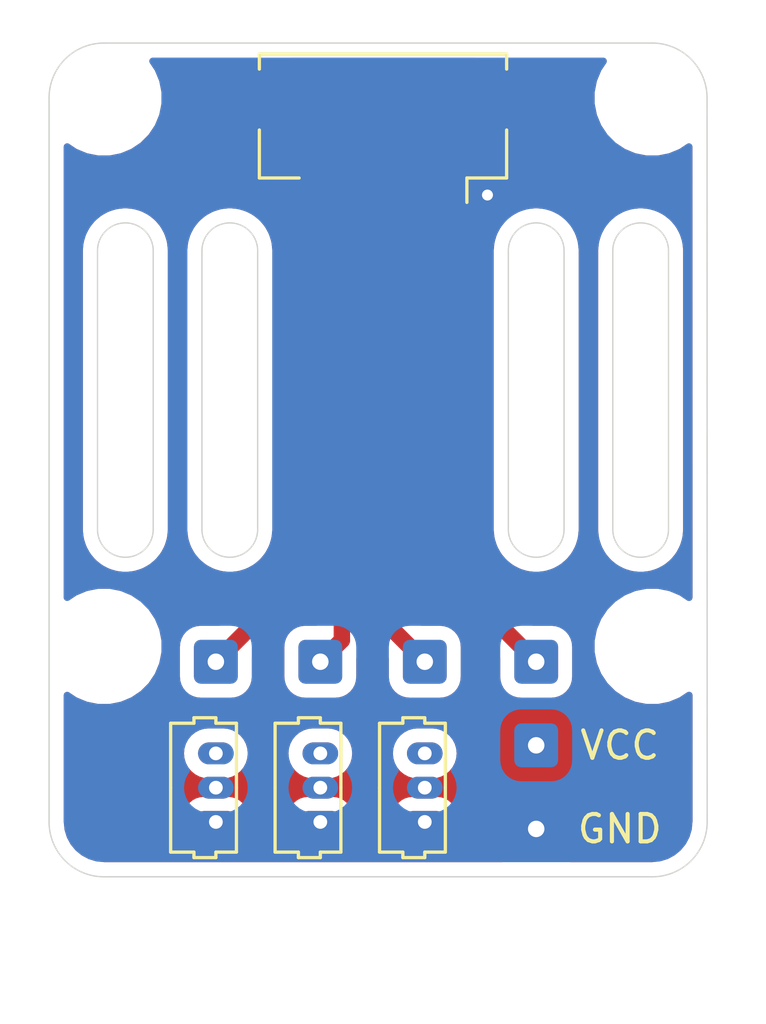
<source format=kicad_pcb>
(kicad_pcb (version 20171130) (host pcbnew "(5.1.9)-1")

  (general
    (thickness 1.6)
    (drawings 26)
    (tracks 11)
    (zones 0)
    (modules 14)
    (nets 7)
  )

  (page A4)
  (layers
    (0 F.Cu signal)
    (31 B.Cu signal)
    (32 B.Adhes user)
    (33 F.Adhes user)
    (34 B.Paste user)
    (35 F.Paste user)
    (36 B.SilkS user)
    (37 F.SilkS user)
    (38 B.Mask user)
    (39 F.Mask user)
    (40 Dwgs.User user)
    (41 Cmts.User user)
    (42 Eco1.User user)
    (43 Eco2.User user)
    (44 Edge.Cuts user)
    (45 Margin user)
    (46 B.CrtYd user)
    (47 F.CrtYd user)
    (48 B.Fab user hide)
    (49 F.Fab user hide)
  )

  (setup
    (last_trace_width 0.6)
    (user_trace_width 0.6)
    (trace_clearance 0.2)
    (zone_clearance 0.508)
    (zone_45_only no)
    (trace_min 0.2)
    (via_size 0.8)
    (via_drill 0.4)
    (via_min_size 0.4)
    (via_min_drill 0.3)
    (uvia_size 0.3)
    (uvia_drill 0.1)
    (uvias_allowed no)
    (uvia_min_size 0.2)
    (uvia_min_drill 0.1)
    (edge_width 0.05)
    (segment_width 0.2)
    (pcb_text_width 0.3)
    (pcb_text_size 1.5 1.5)
    (mod_edge_width 0.12)
    (mod_text_size 1 1)
    (mod_text_width 0.15)
    (pad_size 1.6 1.6)
    (pad_drill 0.6)
    (pad_to_mask_clearance 0)
    (aux_axis_origin 0 0)
    (visible_elements 7FFFFF7F)
    (pcbplotparams
      (layerselection 0x010fc_ffffffff)
      (usegerberextensions false)
      (usegerberattributes true)
      (usegerberadvancedattributes true)
      (creategerberjobfile true)
      (excludeedgelayer true)
      (linewidth 0.100000)
      (plotframeref false)
      (viasonmask false)
      (mode 1)
      (useauxorigin false)
      (hpglpennumber 1)
      (hpglpenspeed 20)
      (hpglpendiameter 15.000000)
      (psnegative false)
      (psa4output false)
      (plotreference true)
      (plotvalue true)
      (plotinvisibletext false)
      (padsonsilk false)
      (subtractmaskfromsilk false)
      (outputformat 1)
      (mirror false)
      (drillshape 0)
      (scaleselection 1)
      (outputdirectory "gerber"))
  )

  (net 0 "")
  (net 1 "Net-(J1-Pad3)")
  (net 2 GND)
  (net 3 +BATT)
  (net 4 "Net-(J1-Pad6)")
  (net 5 "Net-(J1-Pad5)")
  (net 6 "Net-(J1-Pad4)")

  (net_class Default "This is the default net class."
    (clearance 0.2)
    (trace_width 0.25)
    (via_dia 0.8)
    (via_drill 0.4)
    (uvia_dia 0.3)
    (uvia_drill 0.1)
    (add_net +BATT)
    (add_net GND)
    (add_net "Net-(J1-Pad3)")
    (add_net "Net-(J1-Pad4)")
    (add_net "Net-(J1-Pad5)")
    (add_net "Net-(J1-Pad6)")
  )

  (module Connector_Wire:SolderWire-0.1sqmm_1x01_D0.4mm_OD1mm (layer F.Cu) (tedit 5EB70B42) (tstamp 629550CA)
    (at 106.68 122.936 180)
    (descr "Soldered wire connection, for a single 0.1 mm² wire, basic insulation, conductor diameter 0.4mm, outer diameter 1mm, size source Multi-Contact FLEXI-E 0.1 (https://ec.staubli.com/AcroFiles/Catalogues/TM_Cab-Main-11014119_(en)_hi.pdf), bend radius 3 times outer diameter, generated with kicad-footprint-generator")
    (tags "connector wire 0.1sqmm")
    (path /61199C10)
    (attr virtual)
    (fp_text reference J13 (at 0 -2) (layer F.SilkS) hide
      (effects (font (size 1 1) (thickness 0.15)))
    )
    (fp_text value Conn_01x01 (at 0 2) (layer F.Fab) hide
      (effects (font (size 1 1) (thickness 0.15)))
    )
    (fp_text user %R (at 0 0) (layer F.Fab) hide
      (effects (font (size 0.25 0.25) (thickness 0.04)))
    )
    (fp_circle (center 0 0) (end 0.5 0) (layer F.Fab) (width 0.1))
    (fp_line (start -1.3 -1.3) (end -1.3 1.3) (layer F.CrtYd) (width 0.05))
    (fp_line (start -1.3 1.3) (end 1.3 1.3) (layer F.CrtYd) (width 0.05))
    (fp_line (start 1.3 1.3) (end 1.3 -1.3) (layer F.CrtYd) (width 0.05))
    (fp_line (start 1.3 -1.3) (end -1.3 -1.3) (layer F.CrtYd) (width 0.05))
    (pad 1 thru_hole roundrect (at 0 0 180) (size 1.6 1.6) (drill 0.6) (layers *.Cu *.Mask) (roundrect_rratio 0.15625)
      (net 4 "Net-(J1-Pad6)"))
    (model ${KISYS3DMOD}/Connector_Wire.3dshapes/SolderWire-0.1sqmm_1x01_D0.4mm_OD1mm.wrl
      (at (xyz 0 0 0))
      (scale (xyz 1 1 1))
      (rotate (xyz 0 0 0))
    )
  )

  (module Connector_Wire:SolderWire-0.1sqmm_1x01_D0.4mm_OD1mm (layer F.Cu) (tedit 5EB70B42) (tstamp 6295504C)
    (at 118.364 125.984 270)
    (descr "Soldered wire connection, for a single 0.1 mm² wire, basic insulation, conductor diameter 0.4mm, outer diameter 1mm, size source Multi-Contact FLEXI-E 0.1 (https://ec.staubli.com/AcroFiles/Catalogues/TM_Cab-Main-11014119_(en)_hi.pdf), bend radius 3 times outer diameter, generated with kicad-footprint-generator")
    (tags "connector wire 0.1sqmm")
    (path /6295EAB7)
    (attr virtual)
    (fp_text reference J10 (at 0 -2 90) (layer F.SilkS) hide
      (effects (font (size 1 1) (thickness 0.15)))
    )
    (fp_text value Conn_01x01 (at 0 2 90) (layer F.Fab) hide
      (effects (font (size 1 1) (thickness 0.15)))
    )
    (fp_text user %R (at 0 0 90) (layer F.Fab) hide
      (effects (font (size 0.25 0.25) (thickness 0.04)))
    )
    (fp_circle (center 0 0) (end 0.5 0) (layer F.Fab) (width 0.1))
    (fp_line (start -1.3 -1.3) (end -1.3 1.3) (layer F.CrtYd) (width 0.05))
    (fp_line (start -1.3 1.3) (end 1.3 1.3) (layer F.CrtYd) (width 0.05))
    (fp_line (start 1.3 1.3) (end 1.3 -1.3) (layer F.CrtYd) (width 0.05))
    (fp_line (start 1.3 -1.3) (end -1.3 -1.3) (layer F.CrtYd) (width 0.05))
    (pad 1 thru_hole roundrect (at 0 0 270) (size 1.6 1.6) (drill 0.6) (layers *.Cu *.Mask) (roundrect_rratio 0.15625)
      (net 3 +BATT))
    (model ${KISYS3DMOD}/Connector_Wire.3dshapes/SolderWire-0.1sqmm_1x01_D0.4mm_OD1mm.wrl
      (at (xyz 0 0 0))
      (scale (xyz 1 1 1))
      (rotate (xyz 0 0 0))
    )
  )

  (module Connector_Wire:SolderWire-0.1sqmm_1x01_D0.4mm_OD1mm (layer F.Cu) (tedit 5EB70B42) (tstamp 6295502E)
    (at 118.364 122.936 90)
    (descr "Soldered wire connection, for a single 0.1 mm² wire, basic insulation, conductor diameter 0.4mm, outer diameter 1mm, size source Multi-Contact FLEXI-E 0.1 (https://ec.staubli.com/AcroFiles/Catalogues/TM_Cab-Main-11014119_(en)_hi.pdf), bend radius 3 times outer diameter, generated with kicad-footprint-generator")
    (tags "connector wire 0.1sqmm")
    (path /61181143)
    (attr virtual)
    (fp_text reference J9 (at 0 -2 90) (layer F.SilkS) hide
      (effects (font (size 1 1) (thickness 0.15)))
    )
    (fp_text value Conn_01x01 (at 0 2 90) (layer F.Fab) hide
      (effects (font (size 1 1) (thickness 0.15)))
    )
    (fp_text user %R (at 0 0 90) (layer F.Fab) hide
      (effects (font (size 0.25 0.25) (thickness 0.04)))
    )
    (fp_circle (center 0 0) (end 0.5 0) (layer F.Fab) (width 0.1))
    (fp_line (start -1.3 -1.3) (end -1.3 1.3) (layer F.CrtYd) (width 0.05))
    (fp_line (start -1.3 1.3) (end 1.3 1.3) (layer F.CrtYd) (width 0.05))
    (fp_line (start 1.3 1.3) (end 1.3 -1.3) (layer F.CrtYd) (width 0.05))
    (fp_line (start 1.3 -1.3) (end -1.3 -1.3) (layer F.CrtYd) (width 0.05))
    (pad 1 thru_hole roundrect (at 0 0 90) (size 1.6 1.6) (drill 0.6) (layers *.Cu *.Mask) (roundrect_rratio 0.15625)
      (net 1 "Net-(J1-Pad3)"))
    (model ${KISYS3DMOD}/Connector_Wire.3dshapes/SolderWire-0.1sqmm_1x01_D0.4mm_OD1mm.wrl
      (at (xyz 0 0 0))
      (scale (xyz 1 1 1))
      (rotate (xyz 0 0 0))
    )
  )

  (module Connector_Wire:SolderWire-0.1sqmm_1x01_D0.4mm_OD1mm (layer F.Cu) (tedit 5EB70B42) (tstamp 62954FB0)
    (at 114.3 122.936)
    (descr "Soldered wire connection, for a single 0.1 mm² wire, basic insulation, conductor diameter 0.4mm, outer diameter 1mm, size source Multi-Contact FLEXI-E 0.1 (https://ec.staubli.com/AcroFiles/Catalogues/TM_Cab-Main-11014119_(en)_hi.pdf), bend radius 3 times outer diameter, generated with kicad-footprint-generator")
    (tags "connector wire 0.1sqmm")
    (path /6118060C)
    (attr virtual)
    (fp_text reference J8 (at 0 -2) (layer F.SilkS) hide
      (effects (font (size 1 1) (thickness 0.15)))
    )
    (fp_text value Conn_01x01 (at 0 2) (layer F.Fab) hide
      (effects (font (size 1 1) (thickness 0.15)))
    )
    (fp_text user %R (at 0 0) (layer F.Fab) hide
      (effects (font (size 0.25 0.25) (thickness 0.04)))
    )
    (fp_circle (center 0 0) (end 0.5 0) (layer F.Fab) (width 0.1))
    (fp_line (start -1.3 -1.3) (end -1.3 1.3) (layer F.CrtYd) (width 0.05))
    (fp_line (start -1.3 1.3) (end 1.3 1.3) (layer F.CrtYd) (width 0.05))
    (fp_line (start 1.3 1.3) (end 1.3 -1.3) (layer F.CrtYd) (width 0.05))
    (fp_line (start 1.3 -1.3) (end -1.3 -1.3) (layer F.CrtYd) (width 0.05))
    (pad 1 thru_hole roundrect (at 0 0) (size 1.6 1.6) (drill 0.6) (layers *.Cu *.Mask) (roundrect_rratio 0.15625)
      (net 6 "Net-(J1-Pad4)"))
    (model ${KISYS3DMOD}/Connector_Wire.3dshapes/SolderWire-0.1sqmm_1x01_D0.4mm_OD1mm.wrl
      (at (xyz 0 0 0))
      (scale (xyz 1 1 1))
      (rotate (xyz 0 0 0))
    )
  )

  (module Connector_Wire:SolderWire-0.1sqmm_1x01_D0.4mm_OD1mm (layer F.Cu) (tedit 5EB70B42) (tstamp 62954FCE)
    (at 110.49 122.936)
    (descr "Soldered wire connection, for a single 0.1 mm² wire, basic insulation, conductor diameter 0.4mm, outer diameter 1mm, size source Multi-Contact FLEXI-E 0.1 (https://ec.staubli.com/AcroFiles/Catalogues/TM_Cab-Main-11014119_(en)_hi.pdf), bend radius 3 times outer diameter, generated with kicad-footprint-generator")
    (tags "connector wire 0.1sqmm")
    (path /6117E1ED)
    (attr virtual)
    (fp_text reference J7 (at 0 -2) (layer F.SilkS) hide
      (effects (font (size 1 1) (thickness 0.15)))
    )
    (fp_text value Conn_01x01 (at 0 2) (layer F.Fab) hide
      (effects (font (size 1 1) (thickness 0.15)))
    )
    (fp_text user %R (at 0 0) (layer F.Fab) hide
      (effects (font (size 0.25 0.25) (thickness 0.04)))
    )
    (fp_circle (center 0 0) (end 0.5 0) (layer F.Fab) (width 0.1))
    (fp_line (start -1.3 -1.3) (end -1.3 1.3) (layer F.CrtYd) (width 0.05))
    (fp_line (start -1.3 1.3) (end 1.3 1.3) (layer F.CrtYd) (width 0.05))
    (fp_line (start 1.3 1.3) (end 1.3 -1.3) (layer F.CrtYd) (width 0.05))
    (fp_line (start 1.3 -1.3) (end -1.3 -1.3) (layer F.CrtYd) (width 0.05))
    (pad 1 thru_hole roundrect (at 0 0) (size 1.6 1.6) (drill 0.6) (layers *.Cu *.Mask) (roundrect_rratio 0.15625)
      (net 5 "Net-(J1-Pad5)"))
    (model ${KISYS3DMOD}/Connector_Wire.3dshapes/SolderWire-0.1sqmm_1x01_D0.4mm_OD1mm.wrl
      (at (xyz 0 0 0))
      (scale (xyz 1 1 1))
      (rotate (xyz 0 0 0))
    )
  )

  (module Connector_Wire:SolderWire-0.1sqmm_1x01_D0.4mm_OD1mm (layer F.Cu) (tedit 5EB70B42) (tstamp 62954F92)
    (at 118.364 129.032 270)
    (descr "Soldered wire connection, for a single 0.1 mm² wire, basic insulation, conductor diameter 0.4mm, outer diameter 1mm, size source Multi-Contact FLEXI-E 0.1 (https://ec.staubli.com/AcroFiles/Catalogues/TM_Cab-Main-11014119_(en)_hi.pdf), bend radius 3 times outer diameter, generated with kicad-footprint-generator")
    (tags "connector wire 0.1sqmm")
    (path /62953EBE)
    (attr virtual)
    (fp_text reference J6 (at 0 -2 90) (layer F.SilkS) hide
      (effects (font (size 1 1) (thickness 0.15)))
    )
    (fp_text value Conn_01x01 (at 0 2 90) (layer F.Fab) hide
      (effects (font (size 1 1) (thickness 0.15)))
    )
    (fp_text user %R (at 0 0 90) (layer F.Fab) hide
      (effects (font (size 0.25 0.25) (thickness 0.04)))
    )
    (fp_circle (center 0 0) (end 0.5 0) (layer F.Fab) (width 0.1))
    (fp_line (start -1.3 -1.3) (end -1.3 1.3) (layer F.CrtYd) (width 0.05))
    (fp_line (start -1.3 1.3) (end 1.3 1.3) (layer F.CrtYd) (width 0.05))
    (fp_line (start 1.3 1.3) (end 1.3 -1.3) (layer F.CrtYd) (width 0.05))
    (fp_line (start 1.3 -1.3) (end -1.3 -1.3) (layer F.CrtYd) (width 0.05))
    (pad 1 thru_hole roundrect (at 0 0 270) (size 1.6 1.6) (drill 0.6) (layers *.Cu *.Mask) (roundrect_rratio 0.15625)
      (net 2 GND))
    (model ${KISYS3DMOD}/Connector_Wire.3dshapes/SolderWire-0.1sqmm_1x01_D0.4mm_OD1mm.wrl
      (at (xyz 0 0 0))
      (scale (xyz 1 1 1))
      (rotate (xyz 0 0 0))
    )
  )

  (module RC-PCBs:Molex_PicoBlade_53047-0310_1x03_P1.25mm_Vertical (layer F.Cu) (tedit 61153C4E) (tstamp 62954F14)
    (at 114.3 128.778 90)
    (descr "Molex PicoBlade Connector System, 53047-0310, 3 Pins per row (http://www.molex.com/pdm_docs/sd/530470610_sd.pdf), generated with kicad-footprint-generator")
    (tags "connector Molex PicoBlade side entry")
    (path /6112D870)
    (fp_text reference J4 (at 1.25 -3.25 90) (layer F.SilkS) hide
      (effects (font (size 1 1) (thickness 0.15)))
    )
    (fp_text value Conn_01x03 (at 1.25 2.35 90) (layer F.Fab) hide
      (effects (font (size 1 1) (thickness 0.15)))
    )
    (fp_text user %R (at 1.25 -1.35 90) (layer F.Fab) hide
      (effects (font (size 1 1) (thickness 0.15)))
    )
    (fp_line (start -1.5 -2.05) (end -1.5 1.15) (layer F.Fab) (width 0.1))
    (fp_line (start -1.5 1.15) (end 4 1.15) (layer F.Fab) (width 0.1))
    (fp_line (start 4 1.15) (end 4 -2.05) (layer F.Fab) (width 0.1))
    (fp_line (start 4 -2.05) (end -1.5 -2.05) (layer F.Fab) (width 0.1))
    (fp_line (start 1.25 0.75) (end -1.1 0.75) (layer F.SilkS) (width 0.12))
    (fp_line (start -1.1 0.75) (end -1.1 0) (layer F.SilkS) (width 0.12))
    (fp_line (start -1.1 0) (end -1.3 0) (layer F.SilkS) (width 0.12))
    (fp_line (start -1.3 0) (end -1.3 -0.8) (layer F.SilkS) (width 0.12))
    (fp_line (start -1.3 -0.8) (end -1.1 -0.8) (layer F.SilkS) (width 0.12))
    (fp_line (start -1.1 -0.8) (end -1.1 -1.65) (layer F.SilkS) (width 0.12))
    (fp_line (start -1.1 -1.65) (end 1.25 -1.65) (layer F.SilkS) (width 0.12))
    (fp_line (start 1.25 0.75) (end 3.6 0.75) (layer F.SilkS) (width 0.12))
    (fp_line (start 3.6 0.75) (end 3.6 0) (layer F.SilkS) (width 0.12))
    (fp_line (start 3.6 0) (end 3.8 0) (layer F.SilkS) (width 0.12))
    (fp_line (start 3.8 0) (end 3.8 -0.8) (layer F.SilkS) (width 0.12))
    (fp_line (start 3.8 -0.8) (end 3.6 -0.8) (layer F.SilkS) (width 0.12))
    (fp_line (start 3.6 -0.8) (end 3.6 -1.65) (layer F.SilkS) (width 0.12))
    (fp_line (start 3.6 -1.65) (end 1.25 -1.65) (layer F.SilkS) (width 0.12))
    (fp_line (start -0.5 1.15) (end 0 0.442893) (layer F.Fab) (width 0.1))
    (fp_line (start 0 0.442893) (end 0.5 1.15) (layer F.Fab) (width 0.1))
    (fp_line (start -2 -2.55) (end -2 1.65) (layer F.CrtYd) (width 0.05))
    (fp_line (start -2 1.65) (end 4.5 1.65) (layer F.CrtYd) (width 0.05))
    (fp_line (start 4.5 1.65) (end 4.5 -2.55) (layer F.CrtYd) (width 0.05))
    (fp_line (start 4.5 -2.55) (end -2 -2.55) (layer F.CrtYd) (width 0.05))
    (pad 3 thru_hole oval (at 2.5 0 90) (size 0.8 1.3) (drill 0.5) (layers *.Cu *.Mask)
      (net 6 "Net-(J1-Pad4)"))
    (pad 2 thru_hole oval (at 1.25 0 90) (size 0.8 1.3) (drill 0.5) (layers *.Cu *.Mask)
      (net 3 +BATT))
    (pad 1 thru_hole roundrect (at 0 0 90) (size 0.8 1.3) (drill 0.5) (layers *.Cu *.Mask) (roundrect_rratio 0.25)
      (net 2 GND))
    (model ${KIPRJMOD}/heli-servo-board.3dshapes/Molex_PicoBlade_53047-0310.wrl
      (at (xyz 0 0 0))
      (scale (xyz 1 1 1))
      (rotate (xyz 0 0 0))
    )
  )

  (module RC-PCBs:Molex_PicoBlade_53047-0310_1x03_P1.25mm_Vertical (layer F.Cu) (tedit 61153C4E) (tstamp 62954ED2)
    (at 110.49 128.778 90)
    (descr "Molex PicoBlade Connector System, 53047-0310, 3 Pins per row (http://www.molex.com/pdm_docs/sd/530470610_sd.pdf), generated with kicad-footprint-generator")
    (tags "connector Molex PicoBlade side entry")
    (path /6112CA1B)
    (fp_text reference J3 (at 1.25 -3.25 90) (layer F.SilkS) hide
      (effects (font (size 1 1) (thickness 0.15)))
    )
    (fp_text value Conn_01x03 (at 1.25 2.35 90) (layer F.Fab) hide
      (effects (font (size 1 1) (thickness 0.15)))
    )
    (fp_text user %R (at 1.25 -1.35 90) (layer F.Fab) hide
      (effects (font (size 1 1) (thickness 0.15)))
    )
    (fp_line (start -1.5 -2.05) (end -1.5 1.15) (layer F.Fab) (width 0.1))
    (fp_line (start -1.5 1.15) (end 4 1.15) (layer F.Fab) (width 0.1))
    (fp_line (start 4 1.15) (end 4 -2.05) (layer F.Fab) (width 0.1))
    (fp_line (start 4 -2.05) (end -1.5 -2.05) (layer F.Fab) (width 0.1))
    (fp_line (start 1.25 0.75) (end -1.1 0.75) (layer F.SilkS) (width 0.12))
    (fp_line (start -1.1 0.75) (end -1.1 0) (layer F.SilkS) (width 0.12))
    (fp_line (start -1.1 0) (end -1.3 0) (layer F.SilkS) (width 0.12))
    (fp_line (start -1.3 0) (end -1.3 -0.8) (layer F.SilkS) (width 0.12))
    (fp_line (start -1.3 -0.8) (end -1.1 -0.8) (layer F.SilkS) (width 0.12))
    (fp_line (start -1.1 -0.8) (end -1.1 -1.65) (layer F.SilkS) (width 0.12))
    (fp_line (start -1.1 -1.65) (end 1.25 -1.65) (layer F.SilkS) (width 0.12))
    (fp_line (start 1.25 0.75) (end 3.6 0.75) (layer F.SilkS) (width 0.12))
    (fp_line (start 3.6 0.75) (end 3.6 0) (layer F.SilkS) (width 0.12))
    (fp_line (start 3.6 0) (end 3.8 0) (layer F.SilkS) (width 0.12))
    (fp_line (start 3.8 0) (end 3.8 -0.8) (layer F.SilkS) (width 0.12))
    (fp_line (start 3.8 -0.8) (end 3.6 -0.8) (layer F.SilkS) (width 0.12))
    (fp_line (start 3.6 -0.8) (end 3.6 -1.65) (layer F.SilkS) (width 0.12))
    (fp_line (start 3.6 -1.65) (end 1.25 -1.65) (layer F.SilkS) (width 0.12))
    (fp_line (start -0.5 1.15) (end 0 0.442893) (layer F.Fab) (width 0.1))
    (fp_line (start 0 0.442893) (end 0.5 1.15) (layer F.Fab) (width 0.1))
    (fp_line (start -2 -2.55) (end -2 1.65) (layer F.CrtYd) (width 0.05))
    (fp_line (start -2 1.65) (end 4.5 1.65) (layer F.CrtYd) (width 0.05))
    (fp_line (start 4.5 1.65) (end 4.5 -2.55) (layer F.CrtYd) (width 0.05))
    (fp_line (start 4.5 -2.55) (end -2 -2.55) (layer F.CrtYd) (width 0.05))
    (pad 3 thru_hole oval (at 2.5 0 90) (size 0.8 1.3) (drill 0.5) (layers *.Cu *.Mask)
      (net 5 "Net-(J1-Pad5)"))
    (pad 2 thru_hole oval (at 1.25 0 90) (size 0.8 1.3) (drill 0.5) (layers *.Cu *.Mask)
      (net 3 +BATT))
    (pad 1 thru_hole roundrect (at 0 0 90) (size 0.8 1.3) (drill 0.5) (layers *.Cu *.Mask) (roundrect_rratio 0.25)
      (net 2 GND))
    (model ${KIPRJMOD}/heli-servo-board.3dshapes/Molex_PicoBlade_53047-0310.wrl
      (at (xyz 0 0 0))
      (scale (xyz 1 1 1))
      (rotate (xyz 0 0 0))
    )
  )

  (module RC-PCBs:Molex_PicoBlade_53047-0310_1x03_P1.25mm_Vertical (layer F.Cu) (tedit 61153C4E) (tstamp 62954F56)
    (at 106.68 128.778 90)
    (descr "Molex PicoBlade Connector System, 53047-0310, 3 Pins per row (http://www.molex.com/pdm_docs/sd/530470610_sd.pdf), generated with kicad-footprint-generator")
    (tags "connector Molex PicoBlade side entry")
    (path /611285D8)
    (fp_text reference J2 (at 1.25 -3.25 90) (layer F.SilkS) hide
      (effects (font (size 1 1) (thickness 0.15)))
    )
    (fp_text value Conn_01x03 (at 1.25 2.35 90) (layer F.Fab) hide
      (effects (font (size 1 1) (thickness 0.15)))
    )
    (fp_text user %R (at 1.25 -1.35 90) (layer F.Fab) hide
      (effects (font (size 1 1) (thickness 0.15)))
    )
    (fp_line (start -1.5 -2.05) (end -1.5 1.15) (layer F.Fab) (width 0.1))
    (fp_line (start -1.5 1.15) (end 4 1.15) (layer F.Fab) (width 0.1))
    (fp_line (start 4 1.15) (end 4 -2.05) (layer F.Fab) (width 0.1))
    (fp_line (start 4 -2.05) (end -1.5 -2.05) (layer F.Fab) (width 0.1))
    (fp_line (start 1.25 0.75) (end -1.1 0.75) (layer F.SilkS) (width 0.12))
    (fp_line (start -1.1 0.75) (end -1.1 0) (layer F.SilkS) (width 0.12))
    (fp_line (start -1.1 0) (end -1.3 0) (layer F.SilkS) (width 0.12))
    (fp_line (start -1.3 0) (end -1.3 -0.8) (layer F.SilkS) (width 0.12))
    (fp_line (start -1.3 -0.8) (end -1.1 -0.8) (layer F.SilkS) (width 0.12))
    (fp_line (start -1.1 -0.8) (end -1.1 -1.65) (layer F.SilkS) (width 0.12))
    (fp_line (start -1.1 -1.65) (end 1.25 -1.65) (layer F.SilkS) (width 0.12))
    (fp_line (start 1.25 0.75) (end 3.6 0.75) (layer F.SilkS) (width 0.12))
    (fp_line (start 3.6 0.75) (end 3.6 0) (layer F.SilkS) (width 0.12))
    (fp_line (start 3.6 0) (end 3.8 0) (layer F.SilkS) (width 0.12))
    (fp_line (start 3.8 0) (end 3.8 -0.8) (layer F.SilkS) (width 0.12))
    (fp_line (start 3.8 -0.8) (end 3.6 -0.8) (layer F.SilkS) (width 0.12))
    (fp_line (start 3.6 -0.8) (end 3.6 -1.65) (layer F.SilkS) (width 0.12))
    (fp_line (start 3.6 -1.65) (end 1.25 -1.65) (layer F.SilkS) (width 0.12))
    (fp_line (start -0.5 1.15) (end 0 0.442893) (layer F.Fab) (width 0.1))
    (fp_line (start 0 0.442893) (end 0.5 1.15) (layer F.Fab) (width 0.1))
    (fp_line (start -2 -2.55) (end -2 1.65) (layer F.CrtYd) (width 0.05))
    (fp_line (start -2 1.65) (end 4.5 1.65) (layer F.CrtYd) (width 0.05))
    (fp_line (start 4.5 1.65) (end 4.5 -2.55) (layer F.CrtYd) (width 0.05))
    (fp_line (start 4.5 -2.55) (end -2 -2.55) (layer F.CrtYd) (width 0.05))
    (pad 3 thru_hole oval (at 2.5 0 90) (size 0.8 1.3) (drill 0.5) (layers *.Cu *.Mask)
      (net 4 "Net-(J1-Pad6)"))
    (pad 2 thru_hole oval (at 1.25 0 90) (size 0.8 1.3) (drill 0.5) (layers *.Cu *.Mask)
      (net 3 +BATT))
    (pad 1 thru_hole roundrect (at 0 0 90) (size 0.8 1.3) (drill 0.5) (layers *.Cu *.Mask) (roundrect_rratio 0.25)
      (net 2 GND))
    (model ${KIPRJMOD}/heli-servo-board.3dshapes/Molex_PicoBlade_53047-0310.wrl
      (at (xyz 0 0 0))
      (scale (xyz 1 1 1))
      (rotate (xyz 0 0 0))
    )
  )

  (module MountingHole:MountingHole_2.2mm_M2 (layer F.Cu) (tedit 61150B2C) (tstamp 6112E80D)
    (at 122.596 122.376)
    (descr "Mounting Hole 2.2mm, no annular, M2")
    (tags "mounting hole 2.2mm no annular m2")
    (path /61155815)
    (attr virtual)
    (fp_text reference H4 (at 0 -3.2) (layer F.SilkS) hide
      (effects (font (size 1 1) (thickness 0.15)))
    )
    (fp_text value MountingHole (at 0 3.2) (layer F.Fab) hide
      (effects (font (size 1 1) (thickness 0.15)))
    )
    (fp_circle (center 0 0) (end 2.45 0) (layer F.CrtYd) (width 0.05))
    (fp_circle (center 0 0) (end 2.2 0) (layer Cmts.User) (width 0.15))
    (fp_text user %R (at 0.3 0) (layer F.Fab) hide
      (effects (font (size 1 1) (thickness 0.15)))
    )
    (pad "" np_thru_hole circle (at 0 0) (size 2.2 2.2) (drill 2.2) (layers *.Cu *.Mask)
      (clearance 1))
  )

  (module Connector_JST:JST_SHL_SM06B-SHLS-TF_1x06-1MP_P1.00mm_Horizontal (layer F.Cu) (tedit 5B78AD87) (tstamp 6112DF1A)
    (at 112.776 103.886 180)
    (descr "JST SHL series connector, SM06B-SHLS-TF (http://www.jst-mfg.com/product/pdf/eng/eSHL.pdf), generated with kicad-footprint-generator")
    (tags "connector JST SHL top entry")
    (path /61123FD6)
    (attr smd)
    (fp_text reference J1 (at 0 -3.5) (layer F.SilkS) hide
      (effects (font (size 1 1) (thickness 0.15)))
    )
    (fp_text value Conn_01x06 (at 0 4.2) (layer F.Fab) hide
      (effects (font (size 1 1) (thickness 0.15)))
    )
    (fp_line (start -4.4 -1.3) (end 4.4 -1.3) (layer F.Fab) (width 0.1))
    (fp_line (start -4.51 0.34) (end -4.51 -1.41) (layer F.SilkS) (width 0.12))
    (fp_line (start -4.51 -1.41) (end -3.06 -1.41) (layer F.SilkS) (width 0.12))
    (fp_line (start -3.06 -1.41) (end -3.06 -2.3) (layer F.SilkS) (width 0.12))
    (fp_line (start 4.51 0.34) (end 4.51 -1.41) (layer F.SilkS) (width 0.12))
    (fp_line (start 4.51 -1.41) (end 3.06 -1.41) (layer F.SilkS) (width 0.12))
    (fp_line (start -4.51 2.56) (end -4.51 3.11) (layer F.SilkS) (width 0.12))
    (fp_line (start -4.51 3.11) (end 4.51 3.11) (layer F.SilkS) (width 0.12))
    (fp_line (start 4.51 3.11) (end 4.51 2.56) (layer F.SilkS) (width 0.12))
    (fp_line (start -4.4 3) (end 4.4 3) (layer F.Fab) (width 0.1))
    (fp_line (start -4.4 -1.3) (end -4.4 3) (layer F.Fab) (width 0.1))
    (fp_line (start 4.4 -1.3) (end 4.4 3) (layer F.Fab) (width 0.1))
    (fp_line (start -4.9 -2.8) (end -4.9 3.5) (layer F.CrtYd) (width 0.05))
    (fp_line (start -4.9 3.5) (end 4.9 3.5) (layer F.CrtYd) (width 0.05))
    (fp_line (start 4.9 3.5) (end 4.9 -2.8) (layer F.CrtYd) (width 0.05))
    (fp_line (start 4.9 -2.8) (end -4.9 -2.8) (layer F.CrtYd) (width 0.05))
    (fp_line (start -3 -1.3) (end -2.5 -0.592893) (layer F.Fab) (width 0.1))
    (fp_line (start -2.5 -0.592893) (end -2 -1.3) (layer F.Fab) (width 0.1))
    (fp_text user %R (at 0 0.5) (layer F.Fab) hide
      (effects (font (size 1 1) (thickness 0.15)))
    )
    (pad MP smd roundrect (at 3.95 1.45 180) (size 0.9 1.7) (layers F.Cu F.Paste F.Mask) (roundrect_rratio 0.25))
    (pad MP smd roundrect (at -3.95 1.45 180) (size 0.9 1.7) (layers F.Cu F.Paste F.Mask) (roundrect_rratio 0.25))
    (pad 6 smd roundrect (at 2.5 -1.675 180) (size 0.6 1.25) (layers F.Cu F.Paste F.Mask) (roundrect_rratio 0.25)
      (net 4 "Net-(J1-Pad6)"))
    (pad 5 smd roundrect (at 1.5 -1.675 180) (size 0.6 1.25) (layers F.Cu F.Paste F.Mask) (roundrect_rratio 0.25)
      (net 5 "Net-(J1-Pad5)"))
    (pad 4 smd roundrect (at 0.5 -1.675 180) (size 0.6 1.25) (layers F.Cu F.Paste F.Mask) (roundrect_rratio 0.25)
      (net 6 "Net-(J1-Pad4)"))
    (pad 3 smd roundrect (at -0.5 -1.675 180) (size 0.6 1.25) (layers F.Cu F.Paste F.Mask) (roundrect_rratio 0.25)
      (net 1 "Net-(J1-Pad3)"))
    (pad 2 smd roundrect (at -1.5 -1.675 180) (size 0.6 1.25) (layers F.Cu F.Paste F.Mask) (roundrect_rratio 0.25)
      (net 3 +BATT))
    (pad 1 smd roundrect (at -2.5 -1.675 180) (size 0.6 1.25) (layers F.Cu F.Paste F.Mask) (roundrect_rratio 0.25)
      (net 2 GND))
    (model ${KISYS3DMOD}/Connector_JST.3dshapes/JST_SHL_SM06B-SHLS-TF_1x06-1MP_P1.00mm_Horizontal.wrl
      (at (xyz 0 0 0))
      (scale (xyz 1 1 1))
      (rotate (xyz 0 0 0))
    )
  )

  (module MountingHole:MountingHole_2.2mm_M2 (layer F.Cu) (tedit 61150B1E) (tstamp 6112E805)
    (at 122.596 102.376)
    (descr "Mounting Hole 2.2mm, no annular, M2")
    (tags "mounting hole 2.2mm no annular m2")
    (path /611551EF)
    (attr virtual)
    (fp_text reference H3 (at 0 -3.2) (layer F.SilkS) hide
      (effects (font (size 1 1) (thickness 0.15)))
    )
    (fp_text value MountingHole (at 0 3.2) (layer F.Fab) hide
      (effects (font (size 1 1) (thickness 0.15)))
    )
    (fp_circle (center 0 0) (end 2.45 0) (layer F.CrtYd) (width 0.05))
    (fp_circle (center 0 0) (end 2.2 0) (layer Cmts.User) (width 0.15))
    (fp_text user %R (at 0.3 0) (layer F.Fab) hide
      (effects (font (size 1 1) (thickness 0.15)))
    )
    (pad "" np_thru_hole circle (at 0 0) (size 2.2 2.2) (drill 2.2) (layers *.Cu *.Mask)
      (clearance 1))
  )

  (module MountingHole:MountingHole_2.2mm_M2 (layer F.Cu) (tedit 61150B28) (tstamp 6112E7FD)
    (at 102.596 122.376)
    (descr "Mounting Hole 2.2mm, no annular, M2")
    (tags "mounting hole 2.2mm no annular m2")
    (path /61154F7E)
    (attr virtual)
    (fp_text reference H2 (at 0 -3.2) (layer F.SilkS) hide
      (effects (font (size 1 1) (thickness 0.15)))
    )
    (fp_text value MountingHole (at 0 3.2) (layer F.Fab) hide
      (effects (font (size 1 1) (thickness 0.15)))
    )
    (fp_circle (center 0 0) (end 2.45 0) (layer F.CrtYd) (width 0.05))
    (fp_circle (center 0 0) (end 2.2 0) (layer Cmts.User) (width 0.15))
    (fp_text user %R (at 0.3 0) (layer F.Fab) hide
      (effects (font (size 1 1) (thickness 0.15)))
    )
    (pad "" np_thru_hole circle (at 0 0) (size 2.2 2.2) (drill 2.2) (layers *.Cu *.Mask)
      (clearance 1))
  )

  (module MountingHole:MountingHole_2.2mm_M2 (layer F.Cu) (tedit 61150B19) (tstamp 6112E7F5)
    (at 102.596 102.376)
    (descr "Mounting Hole 2.2mm, no annular, M2")
    (tags "mounting hole 2.2mm no annular m2")
    (path /61153AD3)
    (attr virtual)
    (fp_text reference H1 (at 0 -3.2) (layer F.SilkS) hide
      (effects (font (size 1 1) (thickness 0.15)))
    )
    (fp_text value MountingHole (at 0 3.2) (layer F.Fab) hide
      (effects (font (size 1 1) (thickness 0.15)))
    )
    (fp_circle (center 0 0) (end 2.45 0) (layer F.CrtYd) (width 0.05))
    (fp_circle (center 0 0) (end 2.2 0) (layer Cmts.User) (width 0.15))
    (fp_text user %R (at 0.3 0) (layer F.Fab) hide
      (effects (font (size 1 1) (thickness 0.15)))
    )
    (pad "" np_thru_hole circle (at 0 0) (size 2.2 2.2) (drill 2.2) (layers *.Cu *.Mask)
      (clearance 1))
  )

  (gr_text GND (at 121.412 129.032) (layer F.SilkS) (tstamp 6295A14A)
    (effects (font (size 1 1) (thickness 0.15)))
  )
  (gr_text VCC (at 121.412 125.984) (layer F.SilkS)
    (effects (font (size 1 1) (thickness 0.15)))
  )
  (gr_line (start 124.596 102.376) (end 124.6 128.778) (layer Edge.Cuts) (width 0.05))
  (gr_arc (start 118.364 107.95) (end 117.348 107.95) (angle 180) (layer Edge.Cuts) (width 0.05) (tstamp 6295BB85))
  (gr_line (start 117.348 107.95) (end 117.348 118.11) (layer Edge.Cuts) (width 0.05) (tstamp 6295BB84))
  (gr_line (start 119.38 118.11) (end 119.38 107.95) (layer Edge.Cuts) (width 0.05) (tstamp 6295BB83))
  (gr_arc (start 118.364 118.11) (end 119.38 118.11) (angle 180) (layer Edge.Cuts) (width 0.05) (tstamp 6295BB82))
  (gr_arc (start 122.174 118.11) (end 123.19 118.11) (angle 180) (layer Edge.Cuts) (width 0.05) (tstamp 62955CC9))
  (gr_arc (start 122.174 107.95) (end 121.158 107.95) (angle 180) (layer Edge.Cuts) (width 0.05) (tstamp 62955CC7))
  (gr_line (start 123.19 118.11) (end 123.19 107.95) (layer Edge.Cuts) (width 0.05) (tstamp 62955CC5))
  (gr_line (start 121.158 107.95) (end 121.158 118.11) (layer Edge.Cuts) (width 0.05) (tstamp 62955CC4))
  (gr_arc (start 103.378 118.11) (end 104.394 118.11) (angle 180) (layer Edge.Cuts) (width 0.05) (tstamp 62955CBF))
  (gr_arc (start 103.378 107.95) (end 102.362 107.95) (angle 180) (layer Edge.Cuts) (width 0.05) (tstamp 62955CBE))
  (gr_line (start 104.394 118.11) (end 104.394 107.95) (layer Edge.Cuts) (width 0.05) (tstamp 62955CBD))
  (gr_line (start 102.362 107.95) (end 102.362 118.11) (layer Edge.Cuts) (width 0.05) (tstamp 62955CBC))
  (gr_line (start 108.204 118.11) (end 108.204 107.95) (layer Edge.Cuts) (width 0.05) (tstamp 62955CA7))
  (gr_line (start 106.172 107.95) (end 106.172 118.11) (layer Edge.Cuts) (width 0.05) (tstamp 62955CA6))
  (gr_arc (start 107.188 118.11) (end 108.204 118.11) (angle 180) (layer Edge.Cuts) (width 0.05) (tstamp 62955C93))
  (gr_arc (start 107.188 107.95) (end 106.172 107.95) (angle 180) (layer Edge.Cuts) (width 0.05))
  (gr_line (start 102.596 100.376) (end 122.596 100.376) (layer Edge.Cuts) (width 0.05) (tstamp 61167D2B))
  (gr_line (start 102.596 130.778) (end 122.6 130.778) (layer Edge.Cuts) (width 0.05) (tstamp 62954F86))
  (gr_line (start 100.596 128.778) (end 100.596 102.376) (layer Edge.Cuts) (width 0.05) (tstamp 61156931))
  (gr_arc (start 122.6 128.778) (end 122.6 130.778) (angle -90) (layer Edge.Cuts) (width 0.05))
  (gr_arc (start 122.596 102.376) (end 124.596 102.376) (angle -90) (layer Edge.Cuts) (width 0.05))
  (gr_arc (start 102.596 102.376) (end 102.596 100.376) (angle -90) (layer Edge.Cuts) (width 0.05))
  (gr_arc (start 102.596 128.778) (end 100.596 128.778) (angle -90) (layer Edge.Cuts) (width 0.05) (tstamp 62954F83))

  (segment (start 113.276 117.848) (end 118.364 122.936) (width 0.6) (layer F.Cu) (net 1))
  (segment (start 113.276 105.561) (end 113.276 117.848) (width 0.6) (layer F.Cu) (net 1))
  (via (at 116.586 105.918) (size 0.8) (drill 0.4) (layers F.Cu B.Cu) (net 2))
  (segment (start 116.229 105.561) (end 116.586 105.918) (width 0.6) (layer F.Cu) (net 2))
  (segment (start 115.276 105.561) (end 116.229 105.561) (width 0.6) (layer F.Cu) (net 2))
  (segment (start 110.276 119.34) (end 106.68 122.936) (width 0.6) (layer F.Cu) (net 4))
  (segment (start 110.276 105.561) (end 110.276 119.34) (width 0.6) (layer F.Cu) (net 4))
  (segment (start 111.276 122.15) (end 110.49 122.936) (width 0.6) (layer F.Cu) (net 5))
  (segment (start 111.276 105.561) (end 111.276 122.15) (width 0.6) (layer F.Cu) (net 5))
  (segment (start 112.276 120.912) (end 114.3 122.936) (width 0.6) (layer F.Cu) (net 6))
  (segment (start 112.276 105.561) (end 112.276 120.912) (width 0.6) (layer F.Cu) (net 6))

  (zone (net 3) (net_name +BATT) (layer F.Cu) (tstamp 629560E4) (hatch edge 0.508)
    (connect_pads yes (clearance 0.508))
    (min_thickness 0.254)
    (fill yes (arc_segments 32) (thermal_gap 0.508) (thermal_bridge_width 0.508))
    (polygon
      (pts
        (xy 126.746 136.144) (xy 98.806 136.144) (xy 98.806 98.806) (xy 126.746 98.806)
      )
    )
    (filled_polygon
      (pts
        (xy 108.121503 101.093382) (xy 107.990716 101.200716) (xy 107.883382 101.331503) (xy 107.803625 101.480717) (xy 107.754512 101.642623)
        (xy 107.737928 101.811) (xy 107.737928 103.061) (xy 107.754512 103.229377) (xy 107.803625 103.391283) (xy 107.883382 103.540497)
        (xy 107.990716 103.671284) (xy 108.121503 103.778618) (xy 108.270717 103.858375) (xy 108.432623 103.907488) (xy 108.601 103.924072)
        (xy 109.051 103.924072) (xy 109.219377 103.907488) (xy 109.381283 103.858375) (xy 109.530497 103.778618) (xy 109.661284 103.671284)
        (xy 109.768618 103.540497) (xy 109.848375 103.391283) (xy 109.897488 103.229377) (xy 109.914072 103.061) (xy 109.914072 101.811)
        (xy 109.897488 101.642623) (xy 109.848375 101.480717) (xy 109.768618 101.331503) (xy 109.661284 101.200716) (xy 109.530497 101.093382)
        (xy 109.423143 101.036) (xy 116.128857 101.036) (xy 116.021503 101.093382) (xy 115.890716 101.200716) (xy 115.783382 101.331503)
        (xy 115.703625 101.480717) (xy 115.654512 101.642623) (xy 115.637928 101.811) (xy 115.637928 103.061) (xy 115.654512 103.229377)
        (xy 115.703625 103.391283) (xy 115.783382 103.540497) (xy 115.890716 103.671284) (xy 116.021503 103.778618) (xy 116.170717 103.858375)
        (xy 116.332623 103.907488) (xy 116.501 103.924072) (xy 116.951 103.924072) (xy 117.119377 103.907488) (xy 117.281283 103.858375)
        (xy 117.430497 103.778618) (xy 117.561284 103.671284) (xy 117.668618 103.540497) (xy 117.748375 103.391283) (xy 117.797488 103.229377)
        (xy 117.814072 103.061) (xy 117.814072 101.811) (xy 117.797488 101.642623) (xy 117.748375 101.480717) (xy 117.668618 101.331503)
        (xy 117.561284 101.200716) (xy 117.430497 101.093382) (xy 117.323143 101.036) (xy 120.812969 101.036) (xy 120.622458 101.32112)
        (xy 120.454582 101.726408) (xy 120.369 102.15666) (xy 120.369 102.59534) (xy 120.454582 103.025592) (xy 120.622458 103.43088)
        (xy 120.866176 103.79563) (xy 121.17637 104.105824) (xy 121.54112 104.349542) (xy 121.946408 104.517418) (xy 122.37666 104.603)
        (xy 122.81534 104.603) (xy 123.245592 104.517418) (xy 123.65088 104.349542) (xy 123.936271 104.15885) (xy 123.938761 120.594814)
        (xy 123.65088 120.402458) (xy 123.245592 120.234582) (xy 122.81534 120.149) (xy 122.37666 120.149) (xy 121.946408 120.234582)
        (xy 121.54112 120.402458) (xy 121.17637 120.646176) (xy 120.866176 120.95637) (xy 120.622458 121.32112) (xy 120.454582 121.726408)
        (xy 120.369 122.15666) (xy 120.369 122.59534) (xy 120.454582 123.025592) (xy 120.622458 123.43088) (xy 120.866176 123.79563)
        (xy 121.17637 124.105824) (xy 121.54112 124.349542) (xy 121.946408 124.517418) (xy 122.37666 124.603) (xy 122.81534 124.603)
        (xy 123.245592 124.517418) (xy 123.65088 124.349542) (xy 123.9393 124.156826) (xy 123.939995 128.74577) (xy 123.911375 129.03766)
        (xy 123.835965 129.287429) (xy 123.713477 129.517794) (xy 123.548579 129.719979) (xy 123.347546 129.886288) (xy 123.118046 130.010378)
        (xy 122.868805 130.087531) (xy 122.578911 130.118) (xy 119.617433 130.118) (xy 119.652405 130.075386) (xy 119.734472 129.92185)
        (xy 119.785008 129.755254) (xy 119.802072 129.582) (xy 119.802072 128.482) (xy 119.785008 128.308746) (xy 119.734472 128.14215)
        (xy 119.652405 127.988614) (xy 119.541962 127.854038) (xy 119.407386 127.743595) (xy 119.25385 127.661528) (xy 119.087254 127.610992)
        (xy 118.914 127.593928) (xy 117.814 127.593928) (xy 117.640746 127.610992) (xy 117.47415 127.661528) (xy 117.320614 127.743595)
        (xy 117.186038 127.854038) (xy 117.075595 127.988614) (xy 116.993528 128.14215) (xy 116.942992 128.308746) (xy 116.925928 128.482)
        (xy 116.925928 129.582) (xy 116.942992 129.755254) (xy 116.993528 129.92185) (xy 117.075595 130.075386) (xy 117.110567 130.118)
        (xy 102.628279 130.118) (xy 102.33634 130.089375) (xy 102.086571 130.013965) (xy 101.856206 129.891477) (xy 101.654021 129.726579)
        (xy 101.487712 129.525546) (xy 101.363622 129.296046) (xy 101.286469 129.046805) (xy 101.256 128.756911) (xy 101.256 128.578)
        (xy 105.391928 128.578) (xy 105.391928 128.978) (xy 105.408031 129.1415) (xy 105.455722 129.298716) (xy 105.533169 129.443608)
        (xy 105.637394 129.570606) (xy 105.764392 129.674831) (xy 105.909284 129.752278) (xy 106.0665 129.799969) (xy 106.23 129.816072)
        (xy 107.13 129.816072) (xy 107.2935 129.799969) (xy 107.450716 129.752278) (xy 107.595608 129.674831) (xy 107.722606 129.570606)
        (xy 107.826831 129.443608) (xy 107.904278 129.298716) (xy 107.951969 129.1415) (xy 107.968072 128.978) (xy 107.968072 128.578)
        (xy 109.201928 128.578) (xy 109.201928 128.978) (xy 109.218031 129.1415) (xy 109.265722 129.298716) (xy 109.343169 129.443608)
        (xy 109.447394 129.570606) (xy 109.574392 129.674831) (xy 109.719284 129.752278) (xy 109.8765 129.799969) (xy 110.04 129.816072)
        (xy 110.94 129.816072) (xy 111.1035 129.799969) (xy 111.260716 129.752278) (xy 111.405608 129.674831) (xy 111.532606 129.570606)
        (xy 111.636831 129.443608) (xy 111.714278 129.298716) (xy 111.761969 129.1415) (xy 111.778072 128.978) (xy 111.778072 128.578)
        (xy 113.011928 128.578) (xy 113.011928 128.978) (xy 113.028031 129.1415) (xy 113.075722 129.298716) (xy 113.153169 129.443608)
        (xy 113.257394 129.570606) (xy 113.384392 129.674831) (xy 113.529284 129.752278) (xy 113.6865 129.799969) (xy 113.85 129.816072)
        (xy 114.75 129.816072) (xy 114.9135 129.799969) (xy 115.070716 129.752278) (xy 115.215608 129.674831) (xy 115.342606 129.570606)
        (xy 115.446831 129.443608) (xy 115.524278 129.298716) (xy 115.571969 129.1415) (xy 115.588072 128.978) (xy 115.588072 128.578)
        (xy 115.571969 128.4145) (xy 115.524278 128.257284) (xy 115.446831 128.112392) (xy 115.342606 127.985394) (xy 115.215608 127.881169)
        (xy 115.070716 127.803722) (xy 114.9135 127.756031) (xy 114.75 127.739928) (xy 113.85 127.739928) (xy 113.6865 127.756031)
        (xy 113.529284 127.803722) (xy 113.384392 127.881169) (xy 113.257394 127.985394) (xy 113.153169 128.112392) (xy 113.075722 128.257284)
        (xy 113.028031 128.4145) (xy 113.011928 128.578) (xy 111.778072 128.578) (xy 111.761969 128.4145) (xy 111.714278 128.257284)
        (xy 111.636831 128.112392) (xy 111.532606 127.985394) (xy 111.405608 127.881169) (xy 111.260716 127.803722) (xy 111.1035 127.756031)
        (xy 110.94 127.739928) (xy 110.04 127.739928) (xy 109.8765 127.756031) (xy 109.719284 127.803722) (xy 109.574392 127.881169)
        (xy 109.447394 127.985394) (xy 109.343169 128.112392) (xy 109.265722 128.257284) (xy 109.218031 128.4145) (xy 109.201928 128.578)
        (xy 107.968072 128.578) (xy 107.951969 128.4145) (xy 107.904278 128.257284) (xy 107.826831 128.112392) (xy 107.722606 127.985394)
        (xy 107.595608 127.881169) (xy 107.450716 127.803722) (xy 107.2935 127.756031) (xy 107.13 127.739928) (xy 106.23 127.739928)
        (xy 106.0665 127.756031) (xy 105.909284 127.803722) (xy 105.764392 127.881169) (xy 105.637394 127.985394) (xy 105.533169 128.112392)
        (xy 105.455722 128.257284) (xy 105.408031 128.4145) (xy 105.391928 128.578) (xy 101.256 128.578) (xy 101.256 126.278)
        (xy 105.389993 126.278) (xy 105.409976 126.480895) (xy 105.469159 126.675993) (xy 105.565266 126.855797) (xy 105.694604 127.013396)
        (xy 105.852203 127.142734) (xy 106.032007 127.238841) (xy 106.227105 127.298024) (xy 106.379162 127.313) (xy 106.980838 127.313)
        (xy 107.132895 127.298024) (xy 107.327993 127.238841) (xy 107.507797 127.142734) (xy 107.665396 127.013396) (xy 107.794734 126.855797)
        (xy 107.890841 126.675993) (xy 107.950024 126.480895) (xy 107.970007 126.278) (xy 109.199993 126.278) (xy 109.219976 126.480895)
        (xy 109.279159 126.675993) (xy 109.375266 126.855797) (xy 109.504604 127.013396) (xy 109.662203 127.142734) (xy 109.842007 127.238841)
        (xy 110.037105 127.298024) (xy 110.189162 127.313) (xy 110.790838 127.313) (xy 110.942895 127.298024) (xy 111.137993 127.238841)
        (xy 111.317797 127.142734) (xy 111.475396 127.013396) (xy 111.604734 126.855797) (xy 111.700841 126.675993) (xy 111.760024 126.480895)
        (xy 111.780007 126.278) (xy 113.009993 126.278) (xy 113.029976 126.480895) (xy 113.089159 126.675993) (xy 113.185266 126.855797)
        (xy 113.314604 127.013396) (xy 113.472203 127.142734) (xy 113.652007 127.238841) (xy 113.847105 127.298024) (xy 113.999162 127.313)
        (xy 114.600838 127.313) (xy 114.752895 127.298024) (xy 114.947993 127.238841) (xy 115.127797 127.142734) (xy 115.285396 127.013396)
        (xy 115.414734 126.855797) (xy 115.510841 126.675993) (xy 115.570024 126.480895) (xy 115.590007 126.278) (xy 115.570024 126.075105)
        (xy 115.510841 125.880007) (xy 115.414734 125.700203) (xy 115.285396 125.542604) (xy 115.127797 125.413266) (xy 114.947993 125.317159)
        (xy 114.752895 125.257976) (xy 114.600838 125.243) (xy 113.999162 125.243) (xy 113.847105 125.257976) (xy 113.652007 125.317159)
        (xy 113.472203 125.413266) (xy 113.314604 125.542604) (xy 113.185266 125.700203) (xy 113.089159 125.880007) (xy 113.029976 126.075105)
        (xy 113.009993 126.278) (xy 111.780007 126.278) (xy 111.760024 126.075105) (xy 111.700841 125.880007) (xy 111.604734 125.700203)
        (xy 111.475396 125.542604) (xy 111.317797 125.413266) (xy 111.137993 125.317159) (xy 110.942895 125.257976) (xy 110.790838 125.243)
        (xy 110.189162 125.243) (xy 110.037105 125.257976) (xy 109.842007 125.317159) (xy 109.662203 125.413266) (xy 109.504604 125.542604)
        (xy 109.375266 125.700203) (xy 109.279159 125.880007) (xy 109.219976 126.075105) (xy 109.199993 126.278) (xy 107.970007 126.278)
        (xy 107.950024 126.075105) (xy 107.890841 125.880007) (xy 107.794734 125.700203) (xy 107.665396 125.542604) (xy 107.507797 125.413266)
        (xy 107.327993 125.317159) (xy 107.132895 125.257976) (xy 106.980838 125.243) (xy 106.379162 125.243) (xy 106.227105 125.257976)
        (xy 106.032007 125.317159) (xy 105.852203 125.413266) (xy 105.694604 125.542604) (xy 105.565266 125.700203) (xy 105.469159 125.880007)
        (xy 105.409976 126.075105) (xy 105.389993 126.278) (xy 101.256 126.278) (xy 101.256 124.159031) (xy 101.54112 124.349542)
        (xy 101.946408 124.517418) (xy 102.37666 124.603) (xy 102.81534 124.603) (xy 103.245592 124.517418) (xy 103.65088 124.349542)
        (xy 104.01563 124.105824) (xy 104.325824 123.79563) (xy 104.569542 123.43088) (xy 104.737418 123.025592) (xy 104.823 122.59534)
        (xy 104.823 122.386) (xy 105.241928 122.386) (xy 105.241928 123.486) (xy 105.258992 123.659254) (xy 105.309528 123.82585)
        (xy 105.391595 123.979386) (xy 105.502038 124.113962) (xy 105.636614 124.224405) (xy 105.79015 124.306472) (xy 105.956746 124.357008)
        (xy 106.13 124.374072) (xy 107.23 124.374072) (xy 107.403254 124.357008) (xy 107.56985 124.306472) (xy 107.723386 124.224405)
        (xy 107.857962 124.113962) (xy 107.968405 123.979386) (xy 108.050472 123.82585) (xy 108.101008 123.659254) (xy 108.118072 123.486)
        (xy 108.118072 122.820217) (xy 110.341001 120.597288) (xy 110.341001 121.497928) (xy 109.94 121.497928) (xy 109.766746 121.514992)
        (xy 109.60015 121.565528) (xy 109.446614 121.647595) (xy 109.312038 121.758038) (xy 109.201595 121.892614) (xy 109.119528 122.04615)
        (xy 109.068992 122.212746) (xy 109.051928 122.386) (xy 109.051928 123.486) (xy 109.068992 123.659254) (xy 109.119528 123.82585)
        (xy 109.201595 123.979386) (xy 109.312038 124.113962) (xy 109.446614 124.224405) (xy 109.60015 124.306472) (xy 109.766746 124.357008)
        (xy 109.94 124.374072) (xy 111.04 124.374072) (xy 111.213254 124.357008) (xy 111.37985 124.306472) (xy 111.533386 124.224405)
        (xy 111.667962 124.113962) (xy 111.778405 123.979386) (xy 111.860472 123.82585) (xy 111.911008 123.659254) (xy 111.928072 123.486)
        (xy 111.928072 122.824415) (xy 111.940344 122.814344) (xy 112.057186 122.671972) (xy 112.144007 122.50954) (xy 112.197471 122.333292)
        (xy 112.211 122.195932) (xy 112.213389 122.171678) (xy 112.861928 122.820218) (xy 112.861928 123.486) (xy 112.878992 123.659254)
        (xy 112.929528 123.82585) (xy 113.011595 123.979386) (xy 113.122038 124.113962) (xy 113.256614 124.224405) (xy 113.41015 124.306472)
        (xy 113.576746 124.357008) (xy 113.75 124.374072) (xy 114.85 124.374072) (xy 115.023254 124.357008) (xy 115.18985 124.306472)
        (xy 115.343386 124.224405) (xy 115.477962 124.113962) (xy 115.588405 123.979386) (xy 115.670472 123.82585) (xy 115.721008 123.659254)
        (xy 115.738072 123.486) (xy 115.738072 122.386) (xy 115.721008 122.212746) (xy 115.670472 122.04615) (xy 115.588405 121.892614)
        (xy 115.477962 121.758038) (xy 115.343386 121.647595) (xy 115.18985 121.565528) (xy 115.023254 121.514992) (xy 114.85 121.497928)
        (xy 114.184218 121.497928) (xy 113.211 120.524711) (xy 113.211 119.105289) (xy 116.925928 122.820217) (xy 116.925928 123.486)
        (xy 116.942992 123.659254) (xy 116.993528 123.82585) (xy 117.075595 123.979386) (xy 117.186038 124.113962) (xy 117.320614 124.224405)
        (xy 117.47415 124.306472) (xy 117.640746 124.357008) (xy 117.814 124.374072) (xy 118.914 124.374072) (xy 119.087254 124.357008)
        (xy 119.25385 124.306472) (xy 119.407386 124.224405) (xy 119.541962 124.113962) (xy 119.652405 123.979386) (xy 119.734472 123.82585)
        (xy 119.785008 123.659254) (xy 119.802072 123.486) (xy 119.802072 122.386) (xy 119.785008 122.212746) (xy 119.734472 122.04615)
        (xy 119.652405 121.892614) (xy 119.541962 121.758038) (xy 119.407386 121.647595) (xy 119.25385 121.565528) (xy 119.087254 121.514992)
        (xy 118.914 121.497928) (xy 118.248217 121.497928) (xy 114.211 117.460711) (xy 114.211 106.06719) (xy 114.214072 106.036)
        (xy 114.214072 105.561) (xy 114.336476 105.561) (xy 114.337928 105.575742) (xy 114.337928 106.036) (xy 114.353071 106.189745)
        (xy 114.397916 106.337582) (xy 114.470742 106.473829) (xy 114.568749 106.593251) (xy 114.688171 106.691258) (xy 114.824418 106.764084)
        (xy 114.972255 106.808929) (xy 115.126 106.824072) (xy 115.426 106.824072) (xy 115.579745 106.808929) (xy 115.727582 106.764084)
        (xy 115.863829 106.691258) (xy 115.88125 106.676961) (xy 115.926226 106.721937) (xy 116.095744 106.835205) (xy 116.284102 106.913226)
        (xy 116.484061 106.953) (xy 116.687939 106.953) (xy 116.887898 106.913226) (xy 117.076256 106.835205) (xy 117.186908 106.76127)
        (xy 117.180237 106.767988) (xy 117.137487 106.809851) (xy 117.131613 106.816952) (xy 117.006289 106.970614) (xy 116.973174 107.020456)
        (xy 116.93939 107.069796) (xy 116.935007 107.077902) (xy 116.841916 107.25298) (xy 116.819125 107.308275) (xy 116.795554 107.36327)
        (xy 116.792829 107.372073) (xy 116.735518 107.5619) (xy 116.7239 107.62058) (xy 116.711463 107.679087) (xy 116.7105 107.688252)
        (xy 116.69115 107.885594) (xy 116.69115 107.885599) (xy 116.688 107.917582) (xy 116.688001 118.142419) (xy 116.691249 118.175397)
        (xy 116.691249 118.188591) (xy 116.692212 118.197756) (xy 116.714315 118.394808) (xy 116.726747 118.453295) (xy 116.73837 118.511997)
        (xy 116.741096 118.5208) (xy 116.801052 118.709808) (xy 116.824612 118.764778) (xy 116.847414 118.820099) (xy 116.851797 118.828205)
        (xy 116.947324 119.001966) (xy 116.98113 119.051338) (xy 117.014221 119.101144) (xy 117.020095 119.108245) (xy 117.147552 119.260142)
        (xy 117.190263 119.301968) (xy 117.232441 119.344442) (xy 117.239583 119.350266) (xy 117.394116 119.474515) (xy 117.44417 119.507269)
        (xy 117.493765 119.540722) (xy 117.501901 119.545048) (xy 117.677625 119.636914) (xy 117.733078 119.659318) (xy 117.788233 119.682503)
        (xy 117.797055 119.685166) (xy 117.987276 119.741151) (xy 118.04601 119.752355) (xy 118.104633 119.764389) (xy 118.113805 119.765288)
        (xy 118.311277 119.783259) (xy 118.371094 119.782841) (xy 118.430911 119.783259) (xy 118.440083 119.782359) (xy 118.637284 119.761632)
        (xy 118.695834 119.749613) (xy 118.754639 119.738396) (xy 118.763461 119.735732) (xy 118.952882 119.677097) (xy 119.008009 119.653924)
        (xy 119.063492 119.631507) (xy 119.071629 119.627181) (xy 119.246052 119.53287) (xy 119.295636 119.499425) (xy 119.345699 119.466665)
        (xy 119.35284 119.460841) (xy 119.505624 119.334446) (xy 119.547744 119.292031) (xy 119.590513 119.250149) (xy 119.596387 119.243048)
        (xy 119.721711 119.089386) (xy 119.754803 119.039577) (xy 119.78861 118.990205) (xy 119.792993 118.982098) (xy 119.886084 118.80702)
        (xy 119.908875 118.751725) (xy 119.932446 118.69673) (xy 119.935171 118.687926) (xy 119.992482 118.4981) (xy 120.004098 118.439434)
        (xy 120.016537 118.380913) (xy 120.0175 118.371748) (xy 120.03685 118.174407) (xy 120.03685 118.174402) (xy 120.04 118.142419)
        (xy 120.04 107.917582) (xy 120.498 107.917582) (xy 120.498001 118.142419) (xy 120.501249 118.175397) (xy 120.501249 118.188591)
        (xy 120.502212 118.197756) (xy 120.524315 118.394808) (xy 120.536747 118.453295) (xy 120.54837 118.511997) (xy 120.551096 118.5208)
        (xy 120.611052 118.709808) (xy 120.634612 118.764778) (xy 120.657414 118.820099) (xy 120.661797 118.828205) (xy 120.757324 119.001966)
        (xy 120.79113 119.051338) (xy 120.824221 119.101144) (xy 120.830095 119.108245) (xy 120.957552 119.260142) (xy 121.000263 119.301968)
        (xy 121.042441 119.344442) (xy 121.049583 119.350266) (xy 121.204116 119.474515) (xy 121.25417 119.507269) (xy 121.303765 119.540722)
        (xy 121.311901 119.545048) (xy 121.487625 119.636914) (xy 121.543078 119.659318) (xy 121.598233 119.682503) (xy 121.607055 119.685166)
        (xy 121.797276 119.741151) (xy 121.85601 119.752355) (xy 121.914633 119.764389) (xy 121.923805 119.765288) (xy 122.121277 119.783259)
        (xy 122.181094 119.782841) (xy 122.240911 119.783259) (xy 122.250083 119.782359) (xy 122.447284 119.761632) (xy 122.505834 119.749613)
        (xy 122.564639 119.738396) (xy 122.573461 119.735732) (xy 122.762882 119.677097) (xy 122.818009 119.653924) (xy 122.873492 119.631507)
        (xy 122.881629 119.627181) (xy 123.056052 119.53287) (xy 123.105636 119.499425) (xy 123.155699 119.466665) (xy 123.16284 119.460841)
        (xy 123.315624 119.334446) (xy 123.357744 119.292031) (xy 123.400513 119.250149) (xy 123.406387 119.243048) (xy 123.531711 119.089386)
        (xy 123.564803 119.039577) (xy 123.59861 118.990205) (xy 123.602993 118.982098) (xy 123.696084 118.80702) (xy 123.718875 118.751725)
        (xy 123.742446 118.69673) (xy 123.745171 118.687926) (xy 123.802482 118.4981) (xy 123.814098 118.439434) (xy 123.826537 118.380913)
        (xy 123.8275 118.371748) (xy 123.84685 118.174407) (xy 123.84685 118.174402) (xy 123.85 118.142419) (xy 123.85 107.917581)
        (xy 123.846751 107.884593) (xy 123.846751 107.871409) (xy 123.845788 107.862244) (xy 123.823685 107.665192) (xy 123.811251 107.606699)
        (xy 123.79963 107.548003) (xy 123.796904 107.5392) (xy 123.736948 107.350193) (xy 123.7134 107.295249) (xy 123.690586 107.2399)
        (xy 123.686203 107.231794) (xy 123.590676 107.058034) (xy 123.556892 107.008695) (xy 123.523779 106.958855) (xy 123.517905 106.951755)
        (xy 123.390448 106.799857) (xy 123.347718 106.758013) (xy 123.305559 106.715558) (xy 123.298417 106.709734) (xy 123.143883 106.585485)
        (xy 123.093847 106.552742) (xy 123.044235 106.519278) (xy 123.036098 106.514952) (xy 122.860375 106.423086) (xy 122.804936 106.400688)
        (xy 122.749768 106.377497) (xy 122.740946 106.374834) (xy 122.550724 106.318849) (xy 122.492016 106.30765) (xy 122.433367 106.295611)
        (xy 122.424195 106.294712) (xy 122.226723 106.276741) (xy 122.166906 106.277159) (xy 122.107088 106.276741) (xy 122.097917 106.277641)
        (xy 121.900715 106.298368) (xy 121.842151 106.31039) (xy 121.783362 106.321604) (xy 121.77454 106.324268) (xy 121.585118 106.382903)
        (xy 121.530005 106.406071) (xy 121.474507 106.428493) (xy 121.466371 106.43282) (xy 121.291947 106.52713) (xy 121.242331 106.560597)
        (xy 121.192301 106.593335) (xy 121.18516 106.599159) (xy 121.032376 106.725553) (xy 120.990237 106.767988) (xy 120.947487 106.809851)
        (xy 120.941613 106.816952) (xy 120.816289 106.970614) (xy 120.783174 107.020456) (xy 120.74939 107.069796) (xy 120.745007 107.077902)
        (xy 120.651916 107.25298) (xy 120.629125 107.308275) (xy 120.605554 107.36327) (xy 120.602829 107.372073) (xy 120.545518 107.5619)
        (xy 120.5339 107.62058) (xy 120.521463 107.679087) (xy 120.5205 107.688252) (xy 120.50115 107.885594) (xy 120.50115 107.885599)
        (xy 120.498 107.917582) (xy 120.04 107.917582) (xy 120.04 107.917581) (xy 120.036751 107.884593) (xy 120.036751 107.871409)
        (xy 120.035788 107.862244) (xy 120.013685 107.665192) (xy 120.001251 107.606699) (xy 119.98963 107.548003) (xy 119.986904 107.5392)
        (xy 119.926948 107.350193) (xy 119.9034 107.295249) (xy 119.880586 107.2399) (xy 119.876203 107.231794) (xy 119.780676 107.058034)
        (xy 119.746892 107.008695) (xy 119.713779 106.958855) (xy 119.707905 106.951755) (xy 119.580448 106.799857) (xy 119.537718 106.758013)
        (xy 119.495559 106.715558) (xy 119.488417 106.709734) (xy 119.333883 106.585485) (xy 119.283847 106.552742) (xy 119.234235 106.519278)
        (xy 119.226098 106.514952) (xy 119.050375 106.423086) (xy 118.994936 106.400688) (xy 118.939768 106.377497) (xy 118.930946 106.374834)
        (xy 118.740724 106.318849) (xy 118.682016 106.30765) (xy 118.623367 106.295611) (xy 118.614195 106.294712) (xy 118.416723 106.276741)
        (xy 118.356906 106.277159) (xy 118.297088 106.276741) (xy 118.287917 106.277641) (xy 118.090715 106.298368) (xy 118.032151 106.31039)
        (xy 117.973362 106.321604) (xy 117.96454 106.324268) (xy 117.775118 106.382903) (xy 117.720005 106.406071) (xy 117.664507 106.428493)
        (xy 117.656371 106.43282) (xy 117.481947 106.52713) (xy 117.432331 106.560597) (xy 117.382301 106.593335) (xy 117.37516 106.599159)
        (xy 117.336903 106.630808) (xy 117.389937 106.577774) (xy 117.503205 106.408256) (xy 117.581226 106.219898) (xy 117.621 106.019939)
        (xy 117.621 105.816061) (xy 117.581226 105.616102) (xy 117.503205 105.427744) (xy 117.389937 105.258226) (xy 117.245774 105.114063)
        (xy 117.076256 105.000795) (xy 116.930858 104.940569) (xy 116.92263 104.932341) (xy 116.893344 104.896656) (xy 116.750972 104.779814)
        (xy 116.58854 104.692993) (xy 116.412292 104.639529) (xy 116.274932 104.626) (xy 116.229 104.621476) (xy 116.183068 104.626)
        (xy 116.063063 104.626) (xy 115.983251 104.528749) (xy 115.863829 104.430742) (xy 115.727582 104.357916) (xy 115.579745 104.313071)
        (xy 115.426 104.297928) (xy 115.126 104.297928) (xy 114.972255 104.313071) (xy 114.824418 104.357916) (xy 114.688171 104.430742)
        (xy 114.568749 104.528749) (xy 114.470742 104.648171) (xy 114.397916 104.784418) (xy 114.353071 104.932255) (xy 114.337928 105.086)
        (xy 114.337928 105.546258) (xy 114.336476 105.561) (xy 114.214072 105.561) (xy 114.214072 105.086) (xy 114.198929 104.932255)
        (xy 114.154084 104.784418) (xy 114.081258 104.648171) (xy 113.983251 104.528749) (xy 113.863829 104.430742) (xy 113.727582 104.357916)
        (xy 113.579745 104.313071) (xy 113.426 104.297928) (xy 113.126 104.297928) (xy 112.972255 104.313071) (xy 112.824418 104.357916)
        (xy 112.776 104.383796) (xy 112.727582 104.357916) (xy 112.579745 104.313071) (xy 112.426 104.297928) (xy 112.126 104.297928)
        (xy 111.972255 104.313071) (xy 111.824418 104.357916) (xy 111.776 104.383796) (xy 111.727582 104.357916) (xy 111.579745 104.313071)
        (xy 111.426 104.297928) (xy 111.126 104.297928) (xy 110.972255 104.313071) (xy 110.824418 104.357916) (xy 110.776 104.383796)
        (xy 110.727582 104.357916) (xy 110.579745 104.313071) (xy 110.426 104.297928) (xy 110.126 104.297928) (xy 109.972255 104.313071)
        (xy 109.824418 104.357916) (xy 109.688171 104.430742) (xy 109.568749 104.528749) (xy 109.470742 104.648171) (xy 109.397916 104.784418)
        (xy 109.353071 104.932255) (xy 109.337928 105.086) (xy 109.337928 106.036) (xy 109.341 106.06719) (xy 109.341001 118.95271)
        (xy 106.795783 121.497928) (xy 106.13 121.497928) (xy 105.956746 121.514992) (xy 105.79015 121.565528) (xy 105.636614 121.647595)
        (xy 105.502038 121.758038) (xy 105.391595 121.892614) (xy 105.309528 122.04615) (xy 105.258992 122.212746) (xy 105.241928 122.386)
        (xy 104.823 122.386) (xy 104.823 122.15666) (xy 104.737418 121.726408) (xy 104.569542 121.32112) (xy 104.325824 120.95637)
        (xy 104.01563 120.646176) (xy 103.65088 120.402458) (xy 103.245592 120.234582) (xy 102.81534 120.149) (xy 102.37666 120.149)
        (xy 101.946408 120.234582) (xy 101.54112 120.402458) (xy 101.256 120.592969) (xy 101.256 107.917582) (xy 101.702 107.917582)
        (xy 101.702001 118.142419) (xy 101.705249 118.175397) (xy 101.705249 118.188591) (xy 101.706212 118.197756) (xy 101.728315 118.394808)
        (xy 101.740747 118.453295) (xy 101.75237 118.511997) (xy 101.755096 118.5208) (xy 101.815052 118.709808) (xy 101.838612 118.764778)
        (xy 101.861414 118.820099) (xy 101.865797 118.828205) (xy 101.961324 119.001966) (xy 101.99513 119.051338) (xy 102.028221 119.101144)
        (xy 102.034095 119.108245) (xy 102.161552 119.260142) (xy 102.204263 119.301968) (xy 102.246441 119.344442) (xy 102.253583 119.350266)
        (xy 102.408116 119.474515) (xy 102.45817 119.507269) (xy 102.507765 119.540722) (xy 102.515901 119.545048) (xy 102.691625 119.636914)
        (xy 102.747078 119.659318) (xy 102.802233 119.682503) (xy 102.811055 119.685166) (xy 103.001276 119.741151) (xy 103.06001 119.752355)
        (xy 103.118633 119.764389) (xy 103.127805 119.765288) (xy 103.325277 119.783259) (xy 103.385094 119.782841) (xy 103.444911 119.783259)
        (xy 103.454083 119.782359) (xy 103.651284 119.761632) (xy 103.709834 119.749613) (xy 103.768639 119.738396) (xy 103.777461 119.735732)
        (xy 103.966882 119.677097) (xy 104.022009 119.653924) (xy 104.077492 119.631507) (xy 104.085629 119.627181) (xy 104.260052 119.53287)
        (xy 104.309636 119.499425) (xy 104.359699 119.466665) (xy 104.36684 119.460841) (xy 104.519624 119.334446) (xy 104.561744 119.292031)
        (xy 104.604513 119.250149) (xy 104.610387 119.243048) (xy 104.735711 119.089386) (xy 104.768803 119.039577) (xy 104.80261 118.990205)
        (xy 104.806993 118.982098) (xy 104.900084 118.80702) (xy 104.922875 118.751725) (xy 104.946446 118.69673) (xy 104.949171 118.687926)
        (xy 105.006482 118.4981) (xy 105.018098 118.439434) (xy 105.030537 118.380913) (xy 105.0315 118.371748) (xy 105.05085 118.174407)
        (xy 105.05085 118.174402) (xy 105.054 118.142419) (xy 105.054 107.917582) (xy 105.512 107.917582) (xy 105.512001 118.142419)
        (xy 105.515249 118.175397) (xy 105.515249 118.188591) (xy 105.516212 118.197756) (xy 105.538315 118.394808) (xy 105.550747 118.453295)
        (xy 105.56237 118.511997) (xy 105.565096 118.5208) (xy 105.625052 118.709808) (xy 105.648612 118.764778) (xy 105.671414 118.820099)
        (xy 105.675797 118.828205) (xy 105.771324 119.001966) (xy 105.80513 119.051338) (xy 105.838221 119.101144) (xy 105.844095 119.108245)
        (xy 105.971552 119.260142) (xy 106.014263 119.301968) (xy 106.056441 119.344442) (xy 106.063583 119.350266) (xy 106.218116 119.474515)
        (xy 106.26817 119.507269) (xy 106.317765 119.540722) (xy 106.325901 119.545048) (xy 106.501625 119.636914) (xy 106.557078 119.659318)
        (xy 106.612233 119.682503) (xy 106.621055 119.685166) (xy 106.811276 119.741151) (xy 106.87001 119.752355) (xy 106.928633 119.764389)
        (xy 106.937805 119.765288) (xy 107.135277 119.783259) (xy 107.195094 119.782841) (xy 107.254911 119.783259) (xy 107.264083 119.782359)
        (xy 107.461284 119.761632) (xy 107.519834 119.749613) (xy 107.578639 119.738396) (xy 107.587461 119.735732) (xy 107.776882 119.677097)
        (xy 107.832009 119.653924) (xy 107.887492 119.631507) (xy 107.895629 119.627181) (xy 108.070052 119.53287) (xy 108.119636 119.499425)
        (xy 108.169699 119.466665) (xy 108.17684 119.460841) (xy 108.329624 119.334446) (xy 108.371744 119.292031) (xy 108.414513 119.250149)
        (xy 108.420387 119.243048) (xy 108.545711 119.089386) (xy 108.578803 119.039577) (xy 108.61261 118.990205) (xy 108.616993 118.982098)
        (xy 108.710084 118.80702) (xy 108.732875 118.751725) (xy 108.756446 118.69673) (xy 108.759171 118.687926) (xy 108.816482 118.4981)
        (xy 108.828098 118.439434) (xy 108.840537 118.380913) (xy 108.8415 118.371748) (xy 108.86085 118.174407) (xy 108.86085 118.174402)
        (xy 108.864 118.142419) (xy 108.864 107.917581) (xy 108.860751 107.884593) (xy 108.860751 107.871409) (xy 108.859788 107.862244)
        (xy 108.837685 107.665192) (xy 108.825251 107.606699) (xy 108.81363 107.548003) (xy 108.810904 107.5392) (xy 108.750948 107.350193)
        (xy 108.7274 107.295249) (xy 108.704586 107.2399) (xy 108.700203 107.231794) (xy 108.604676 107.058034) (xy 108.570892 107.008695)
        (xy 108.537779 106.958855) (xy 108.531905 106.951755) (xy 108.404448 106.799857) (xy 108.361718 106.758013) (xy 108.319559 106.715558)
        (xy 108.312417 106.709734) (xy 108.157883 106.585485) (xy 108.107847 106.552742) (xy 108.058235 106.519278) (xy 108.050098 106.514952)
        (xy 107.874375 106.423086) (xy 107.818936 106.400688) (xy 107.763768 106.377497) (xy 107.754946 106.374834) (xy 107.564724 106.318849)
        (xy 107.506016 106.30765) (xy 107.447367 106.295611) (xy 107.438195 106.294712) (xy 107.240723 106.276741) (xy 107.180906 106.277159)
        (xy 107.121088 106.276741) (xy 107.111917 106.277641) (xy 106.914715 106.298368) (xy 106.856151 106.31039) (xy 106.797362 106.321604)
        (xy 106.78854 106.324268) (xy 106.599118 106.382903) (xy 106.544005 106.406071) (xy 106.488507 106.428493) (xy 106.480371 106.43282)
        (xy 106.305947 106.52713) (xy 106.256331 106.560597) (xy 106.206301 106.593335) (xy 106.19916 106.599159) (xy 106.046376 106.725553)
        (xy 106.004237 106.767988) (xy 105.961487 106.809851) (xy 105.955613 106.816952) (xy 105.830289 106.970614) (xy 105.797174 107.020456)
        (xy 105.76339 107.069796) (xy 105.759007 107.077902) (xy 105.665916 107.25298) (xy 105.643125 107.308275) (xy 105.619554 107.36327)
        (xy 105.616829 107.372073) (xy 105.559518 107.5619) (xy 105.5479 107.62058) (xy 105.535463 107.679087) (xy 105.5345 107.688252)
        (xy 105.51515 107.885594) (xy 105.51515 107.885599) (xy 105.512 107.917582) (xy 105.054 107.917582) (xy 105.054 107.917581)
        (xy 105.050751 107.884593) (xy 105.050751 107.871409) (xy 105.049788 107.862244) (xy 105.027685 107.665192) (xy 105.015251 107.606699)
        (xy 105.00363 107.548003) (xy 105.000904 107.5392) (xy 104.940948 107.350193) (xy 104.9174 107.295249) (xy 104.894586 107.2399)
        (xy 104.890203 107.231794) (xy 104.794676 107.058034) (xy 104.760892 107.008695) (xy 104.727779 106.958855) (xy 104.721905 106.951755)
        (xy 104.594448 106.799857) (xy 104.551718 106.758013) (xy 104.509559 106.715558) (xy 104.502417 106.709734) (xy 104.347883 106.585485)
        (xy 104.297847 106.552742) (xy 104.248235 106.519278) (xy 104.240098 106.514952) (xy 104.064375 106.423086) (xy 104.008936 106.400688)
        (xy 103.953768 106.377497) (xy 103.944946 106.374834) (xy 103.754724 106.318849) (xy 103.696016 106.30765) (xy 103.637367 106.295611)
        (xy 103.628195 106.294712) (xy 103.430723 106.276741) (xy 103.370906 106.277159) (xy 103.311088 106.276741) (xy 103.301917 106.277641)
        (xy 103.104715 106.298368) (xy 103.046151 106.31039) (xy 102.987362 106.321604) (xy 102.97854 106.324268) (xy 102.789118 106.382903)
        (xy 102.734005 106.406071) (xy 102.678507 106.428493) (xy 102.670371 106.43282) (xy 102.495947 106.52713) (xy 102.446331 106.560597)
        (xy 102.396301 106.593335) (xy 102.38916 106.599159) (xy 102.236376 106.725553) (xy 102.194237 106.767988) (xy 102.151487 106.809851)
        (xy 102.145613 106.816952) (xy 102.020289 106.970614) (xy 101.987174 107.020456) (xy 101.95339 107.069796) (xy 101.949007 107.077902)
        (xy 101.855916 107.25298) (xy 101.833125 107.308275) (xy 101.809554 107.36327) (xy 101.806829 107.372073) (xy 101.749518 107.5619)
        (xy 101.7379 107.62058) (xy 101.725463 107.679087) (xy 101.7245 107.688252) (xy 101.70515 107.885594) (xy 101.70515 107.885599)
        (xy 101.702 107.917582) (xy 101.256 107.917582) (xy 101.256 104.159031) (xy 101.54112 104.349542) (xy 101.946408 104.517418)
        (xy 102.37666 104.603) (xy 102.81534 104.603) (xy 103.245592 104.517418) (xy 103.65088 104.349542) (xy 104.01563 104.105824)
        (xy 104.325824 103.79563) (xy 104.569542 103.43088) (xy 104.737418 103.025592) (xy 104.823 102.59534) (xy 104.823 102.15666)
        (xy 104.737418 101.726408) (xy 104.569542 101.32112) (xy 104.379031 101.036) (xy 108.228857 101.036)
      )
    )
  )
  (zone (net 2) (net_name GND) (layer B.Cu) (tstamp 629560E1) (hatch edge 0.508)
    (connect_pads yes (clearance 0.508))
    (min_thickness 0.254)
    (fill yes (arc_segments 32) (thermal_gap 0.508) (thermal_bridge_width 0.508))
    (polygon
      (pts
        (xy 126.746 136.144) (xy 98.806 136.144) (xy 98.806 98.806) (xy 126.746 98.806)
      )
    )
    (filled_polygon
      (pts
        (xy 120.622458 101.32112) (xy 120.454582 101.726408) (xy 120.369 102.15666) (xy 120.369 102.59534) (xy 120.454582 103.025592)
        (xy 120.622458 103.43088) (xy 120.866176 103.79563) (xy 121.17637 104.105824) (xy 121.54112 104.349542) (xy 121.946408 104.517418)
        (xy 122.37666 104.603) (xy 122.81534 104.603) (xy 123.245592 104.517418) (xy 123.65088 104.349542) (xy 123.936271 104.15885)
        (xy 123.938761 120.594814) (xy 123.65088 120.402458) (xy 123.245592 120.234582) (xy 122.81534 120.149) (xy 122.37666 120.149)
        (xy 121.946408 120.234582) (xy 121.54112 120.402458) (xy 121.17637 120.646176) (xy 120.866176 120.95637) (xy 120.622458 121.32112)
        (xy 120.454582 121.726408) (xy 120.369 122.15666) (xy 120.369 122.59534) (xy 120.454582 123.025592) (xy 120.622458 123.43088)
        (xy 120.866176 123.79563) (xy 121.17637 124.105824) (xy 121.54112 124.349542) (xy 121.946408 124.517418) (xy 122.37666 124.603)
        (xy 122.81534 124.603) (xy 123.245592 124.517418) (xy 123.65088 124.349542) (xy 123.9393 124.156826) (xy 123.939995 128.74577)
        (xy 123.911375 129.03766) (xy 123.835965 129.287429) (xy 123.713477 129.517794) (xy 123.548579 129.719979) (xy 123.347546 129.886288)
        (xy 123.118046 130.010378) (xy 122.868805 130.087531) (xy 122.578911 130.118) (xy 102.628279 130.118) (xy 102.33634 130.089375)
        (xy 102.086571 130.013965) (xy 101.856206 129.891477) (xy 101.654021 129.726579) (xy 101.487712 129.525546) (xy 101.363622 129.296046)
        (xy 101.286469 129.046805) (xy 101.256 128.756911) (xy 101.256 126.278) (xy 105.389993 126.278) (xy 105.409976 126.480895)
        (xy 105.469159 126.675993) (xy 105.565266 126.855797) (xy 105.604004 126.903) (xy 105.565266 126.950203) (xy 105.469159 127.130007)
        (xy 105.409976 127.325105) (xy 105.389993 127.528) (xy 105.409976 127.730895) (xy 105.469159 127.925993) (xy 105.565266 128.105797)
        (xy 105.694604 128.263396) (xy 105.852203 128.392734) (xy 106.032007 128.488841) (xy 106.227105 128.548024) (xy 106.379162 128.563)
        (xy 106.980838 128.563) (xy 107.132895 128.548024) (xy 107.327993 128.488841) (xy 107.507797 128.392734) (xy 107.665396 128.263396)
        (xy 107.794734 128.105797) (xy 107.890841 127.925993) (xy 107.950024 127.730895) (xy 107.970007 127.528) (xy 107.950024 127.325105)
        (xy 107.890841 127.130007) (xy 107.794734 126.950203) (xy 107.755996 126.903) (xy 107.794734 126.855797) (xy 107.890841 126.675993)
        (xy 107.950024 126.480895) (xy 107.970007 126.278) (xy 109.199993 126.278) (xy 109.219976 126.480895) (xy 109.279159 126.675993)
        (xy 109.375266 126.855797) (xy 109.414004 126.903) (xy 109.375266 126.950203) (xy 109.279159 127.130007) (xy 109.219976 127.325105)
        (xy 109.199993 127.528) (xy 109.219976 127.730895) (xy 109.279159 127.925993) (xy 109.375266 128.105797) (xy 109.504604 128.263396)
        (xy 109.662203 128.392734) (xy 109.842007 128.488841) (xy 110.037105 128.548024) (xy 110.189162 128.563) (xy 110.790838 128.563)
        (xy 110.942895 128.548024) (xy 111.137993 128.488841) (xy 111.317797 128.392734) (xy 111.475396 128.263396) (xy 111.604734 128.105797)
        (xy 111.700841 127.925993) (xy 111.760024 127.730895) (xy 111.780007 127.528) (xy 111.760024 127.325105) (xy 111.700841 127.130007)
        (xy 111.604734 126.950203) (xy 111.565996 126.903) (xy 111.604734 126.855797) (xy 111.700841 126.675993) (xy 111.760024 126.480895)
        (xy 111.780007 126.278) (xy 113.009993 126.278) (xy 113.029976 126.480895) (xy 113.089159 126.675993) (xy 113.185266 126.855797)
        (xy 113.224004 126.903) (xy 113.185266 126.950203) (xy 113.089159 127.130007) (xy 113.029976 127.325105) (xy 113.009993 127.528)
        (xy 113.029976 127.730895) (xy 113.089159 127.925993) (xy 113.185266 128.105797) (xy 113.314604 128.263396) (xy 113.472203 128.392734)
        (xy 113.652007 128.488841) (xy 113.847105 128.548024) (xy 113.999162 128.563) (xy 114.600838 128.563) (xy 114.752895 128.548024)
        (xy 114.947993 128.488841) (xy 115.127797 128.392734) (xy 115.285396 128.263396) (xy 115.414734 128.105797) (xy 115.510841 127.925993)
        (xy 115.570024 127.730895) (xy 115.590007 127.528) (xy 115.570024 127.325105) (xy 115.510841 127.130007) (xy 115.414734 126.950203)
        (xy 115.375996 126.903) (xy 115.414734 126.855797) (xy 115.510841 126.675993) (xy 115.570024 126.480895) (xy 115.590007 126.278)
        (xy 115.570024 126.075105) (xy 115.510841 125.880007) (xy 115.414734 125.700203) (xy 115.285396 125.542604) (xy 115.153062 125.434)
        (xy 116.925928 125.434) (xy 116.925928 126.534) (xy 116.942992 126.707254) (xy 116.993528 126.87385) (xy 117.075595 127.027386)
        (xy 117.186038 127.161962) (xy 117.320614 127.272405) (xy 117.47415 127.354472) (xy 117.640746 127.405008) (xy 117.814 127.422072)
        (xy 118.914 127.422072) (xy 119.087254 127.405008) (xy 119.25385 127.354472) (xy 119.407386 127.272405) (xy 119.541962 127.161962)
        (xy 119.652405 127.027386) (xy 119.734472 126.87385) (xy 119.785008 126.707254) (xy 119.802072 126.534) (xy 119.802072 125.434)
        (xy 119.785008 125.260746) (xy 119.734472 125.09415) (xy 119.652405 124.940614) (xy 119.541962 124.806038) (xy 119.407386 124.695595)
        (xy 119.25385 124.613528) (xy 119.087254 124.562992) (xy 118.914 124.545928) (xy 117.814 124.545928) (xy 117.640746 124.562992)
        (xy 117.47415 124.613528) (xy 117.320614 124.695595) (xy 117.186038 124.806038) (xy 117.075595 124.940614) (xy 116.993528 125.09415)
        (xy 116.942992 125.260746) (xy 116.925928 125.434) (xy 115.153062 125.434) (xy 115.127797 125.413266) (xy 114.947993 125.317159)
        (xy 114.752895 125.257976) (xy 114.600838 125.243) (xy 113.999162 125.243) (xy 113.847105 125.257976) (xy 113.652007 125.317159)
        (xy 113.472203 125.413266) (xy 113.314604 125.542604) (xy 113.185266 125.700203) (xy 113.089159 125.880007) (xy 113.029976 126.075105)
        (xy 113.009993 126.278) (xy 111.780007 126.278) (xy 111.760024 126.075105) (xy 111.700841 125.880007) (xy 111.604734 125.700203)
        (xy 111.475396 125.542604) (xy 111.317797 125.413266) (xy 111.137993 125.317159) (xy 110.942895 125.257976) (xy 110.790838 125.243)
        (xy 110.189162 125.243) (xy 110.037105 125.257976) (xy 109.842007 125.317159) (xy 109.662203 125.413266) (xy 109.504604 125.542604)
        (xy 109.375266 125.700203) (xy 109.279159 125.880007) (xy 109.219976 126.075105) (xy 109.199993 126.278) (xy 107.970007 126.278)
        (xy 107.950024 126.075105) (xy 107.890841 125.880007) (xy 107.794734 125.700203) (xy 107.665396 125.542604) (xy 107.507797 125.413266)
        (xy 107.327993 125.317159) (xy 107.132895 125.257976) (xy 106.980838 125.243) (xy 106.379162 125.243) (xy 106.227105 125.257976)
        (xy 106.032007 125.317159) (xy 105.852203 125.413266) (xy 105.694604 125.542604) (xy 105.565266 125.700203) (xy 105.469159 125.880007)
        (xy 105.409976 126.075105) (xy 105.389993 126.278) (xy 101.256 126.278) (xy 101.256 124.159031) (xy 101.54112 124.349542)
        (xy 101.946408 124.517418) (xy 102.37666 124.603) (xy 102.81534 124.603) (xy 103.245592 124.517418) (xy 103.65088 124.349542)
        (xy 104.01563 124.105824) (xy 104.325824 123.79563) (xy 104.569542 123.43088) (xy 104.737418 123.025592) (xy 104.823 122.59534)
        (xy 104.823 122.386) (xy 105.241928 122.386) (xy 105.241928 123.486) (xy 105.258992 123.659254) (xy 105.309528 123.82585)
        (xy 105.391595 123.979386) (xy 105.502038 124.113962) (xy 105.636614 124.224405) (xy 105.79015 124.306472) (xy 105.956746 124.357008)
        (xy 106.13 124.374072) (xy 107.23 124.374072) (xy 107.403254 124.357008) (xy 107.56985 124.306472) (xy 107.723386 124.224405)
        (xy 107.857962 124.113962) (xy 107.968405 123.979386) (xy 108.050472 123.82585) (xy 108.101008 123.659254) (xy 108.118072 123.486)
        (xy 108.118072 122.386) (xy 109.051928 122.386) (xy 109.051928 123.486) (xy 109.068992 123.659254) (xy 109.119528 123.82585)
        (xy 109.201595 123.979386) (xy 109.312038 124.113962) (xy 109.446614 124.224405) (xy 109.60015 124.306472) (xy 109.766746 124.357008)
        (xy 109.94 124.374072) (xy 111.04 124.374072) (xy 111.213254 124.357008) (xy 111.37985 124.306472) (xy 111.533386 124.224405)
        (xy 111.667962 124.113962) (xy 111.778405 123.979386) (xy 111.860472 123.82585) (xy 111.911008 123.659254) (xy 111.928072 123.486)
        (xy 111.928072 122.386) (xy 112.861928 122.386) (xy 112.861928 123.486) (xy 112.878992 123.659254) (xy 112.929528 123.82585)
        (xy 113.011595 123.979386) (xy 113.122038 124.113962) (xy 113.256614 124.224405) (xy 113.41015 124.306472) (xy 113.576746 124.357008)
        (xy 113.75 124.374072) (xy 114.85 124.374072) (xy 115.023254 124.357008) (xy 115.18985 124.306472) (xy 115.343386 124.224405)
        (xy 115.477962 124.113962) (xy 115.588405 123.979386) (xy 115.670472 123.82585) (xy 115.721008 123.659254) (xy 115.738072 123.486)
        (xy 115.738072 122.386) (xy 116.925928 122.386) (xy 116.925928 123.486) (xy 116.942992 123.659254) (xy 116.993528 123.82585)
        (xy 117.075595 123.979386) (xy 117.186038 124.113962) (xy 117.320614 124.224405) (xy 117.47415 124.306472) (xy 117.640746 124.357008)
        (xy 117.814 124.374072) (xy 118.914 124.374072) (xy 119.087254 124.357008) (xy 119.25385 124.306472) (xy 119.407386 124.224405)
        (xy 119.541962 124.113962) (xy 119.652405 123.979386) (xy 119.734472 123.82585) (xy 119.785008 123.659254) (xy 119.802072 123.486)
        (xy 119.802072 122.386) (xy 119.785008 122.212746) (xy 119.734472 122.04615) (xy 119.652405 121.892614) (xy 119.541962 121.758038)
        (xy 119.407386 121.647595) (xy 119.25385 121.565528) (xy 119.087254 121.514992) (xy 118.914 121.497928) (xy 117.814 121.497928)
        (xy 117.640746 121.514992) (xy 117.47415 121.565528) (xy 117.320614 121.647595) (xy 117.186038 121.758038) (xy 117.075595 121.892614)
        (xy 116.993528 122.04615) (xy 116.942992 122.212746) (xy 116.925928 122.386) (xy 115.738072 122.386) (xy 115.721008 122.212746)
        (xy 115.670472 122.04615) (xy 115.588405 121.892614) (xy 115.477962 121.758038) (xy 115.343386 121.647595) (xy 115.18985 121.565528)
        (xy 115.023254 121.514992) (xy 114.85 121.497928) (xy 113.75 121.497928) (xy 113.576746 121.514992) (xy 113.41015 121.565528)
        (xy 113.256614 121.647595) (xy 113.122038 121.758038) (xy 113.011595 121.892614) (xy 112.929528 122.04615) (xy 112.878992 122.212746)
        (xy 112.861928 122.386) (xy 111.928072 122.386) (xy 111.911008 122.212746) (xy 111.860472 122.04615) (xy 111.778405 121.892614)
        (xy 111.667962 121.758038) (xy 111.533386 121.647595) (xy 111.37985 121.565528) (xy 111.213254 121.514992) (xy 111.04 121.497928)
        (xy 109.94 121.497928) (xy 109.766746 121.514992) (xy 109.60015 121.565528) (xy 109.446614 121.647595) (xy 109.312038 121.758038)
        (xy 109.201595 121.892614) (xy 109.119528 122.04615) (xy 109.068992 122.212746) (xy 109.051928 122.386) (xy 108.118072 122.386)
        (xy 108.101008 122.212746) (xy 108.050472 122.04615) (xy 107.968405 121.892614) (xy 107.857962 121.758038) (xy 107.723386 121.647595)
        (xy 107.56985 121.565528) (xy 107.403254 121.514992) (xy 107.23 121.497928) (xy 106.13 121.497928) (xy 105.956746 121.514992)
        (xy 105.79015 121.565528) (xy 105.636614 121.647595) (xy 105.502038 121.758038) (xy 105.391595 121.892614) (xy 105.309528 122.04615)
        (xy 105.258992 122.212746) (xy 105.241928 122.386) (xy 104.823 122.386) (xy 104.823 122.15666) (xy 104.737418 121.726408)
        (xy 104.569542 121.32112) (xy 104.325824 120.95637) (xy 104.01563 120.646176) (xy 103.65088 120.402458) (xy 103.245592 120.234582)
        (xy 102.81534 120.149) (xy 102.37666 120.149) (xy 101.946408 120.234582) (xy 101.54112 120.402458) (xy 101.256 120.592969)
        (xy 101.256 107.917582) (xy 101.702 107.917582) (xy 101.702001 118.142419) (xy 101.705249 118.175397) (xy 101.705249 118.188591)
        (xy 101.706212 118.197756) (xy 101.728315 118.394808) (xy 101.740747 118.453295) (xy 101.75237 118.511997) (xy 101.755096 118.5208)
        (xy 101.815052 118.709808) (xy 101.838612 118.764778) (xy 101.861414 118.820099) (xy 101.865797 118.828205) (xy 101.961324 119.001966)
        (xy 101.99513 119.051338) (xy 102.028221 119.101144) (xy 102.034095 119.108245) (xy 102.161552 119.260142) (xy 102.204263 119.301968)
        (xy 102.246441 119.344442) (xy 102.253583 119.350266) (xy 102.408116 119.474515) (xy 102.45817 119.507269) (xy 102.507765 119.540722)
        (xy 102.515901 119.545048) (xy 102.691625 119.636914) (xy 102.747078 119.659318) (xy 102.802233 119.682503) (xy 102.811055 119.685166)
        (xy 103.001276 119.741151) (xy 103.06001 119.752355) (xy 103.118633 119.764389) (xy 103.127805 119.765288) (xy 103.325277 119.783259)
        (xy 103.385094 119.782841) (xy 103.444911 119.783259) (xy 103.454083 119.782359) (xy 103.651284 119.761632) (xy 103.709834 119.749613)
        (xy 103.768639 119.738396) (xy 103.777461 119.735732) (xy 103.966882 119.677097) (xy 104.022009 119.653924) (xy 104.077492 119.631507)
        (xy 104.085629 119.627181) (xy 104.260052 119.53287) (xy 104.309636 119.499425) (xy 104.359699 119.466665) (xy 104.36684 119.460841)
        (xy 104.519624 119.334446) (xy 104.561744 119.292031) (xy 104.604513 119.250149) (xy 104.610387 119.243048) (xy 104.735711 119.089386)
        (xy 104.768803 119.039577) (xy 104.80261 118.990205) (xy 104.806993 118.982098) (xy 104.900084 118.80702) (xy 104.922875 118.751725)
        (xy 104.946446 118.69673) (xy 104.949171 118.687926) (xy 105.006482 118.4981) (xy 105.018098 118.439434) (xy 105.030537 118.380913)
        (xy 105.0315 118.371748) (xy 105.05085 118.174407) (xy 105.05085 118.174402) (xy 105.054 118.142419) (xy 105.054 107.917582)
        (xy 105.512 107.917582) (xy 105.512001 118.142419) (xy 105.515249 118.175397) (xy 105.515249 118.188591) (xy 105.516212 118.197756)
        (xy 105.538315 118.394808) (xy 105.550747 118.453295) (xy 105.56237 118.511997) (xy 105.565096 118.5208) (xy 105.625052 118.709808)
        (xy 105.648612 118.764778) (xy 105.671414 118.820099) (xy 105.675797 118.828205) (xy 105.771324 119.001966) (xy 105.80513 119.051338)
        (xy 105.838221 119.101144) (xy 105.844095 119.108245) (xy 105.971552 119.260142) (xy 106.014263 119.301968) (xy 106.056441 119.344442)
        (xy 106.063583 119.350266) (xy 106.218116 119.474515) (xy 106.26817 119.507269) (xy 106.317765 119.540722) (xy 106.325901 119.545048)
        (xy 106.501625 119.636914) (xy 106.557078 119.659318) (xy 106.612233 119.682503) (xy 106.621055 119.685166) (xy 106.811276 119.741151)
        (xy 106.87001 119.752355) (xy 106.928633 119.764389) (xy 106.937805 119.765288) (xy 107.135277 119.783259) (xy 107.195094 119.782841)
        (xy 107.254911 119.783259) (xy 107.264083 119.782359) (xy 107.461284 119.761632) (xy 107.519834 119.749613) (xy 107.578639 119.738396)
        (xy 107.587461 119.735732) (xy 107.776882 119.677097) (xy 107.832009 119.653924) (xy 107.887492 119.631507) (xy 107.895629 119.627181)
        (xy 108.070052 119.53287) (xy 108.119636 119.499425) (xy 108.169699 119.466665) (xy 108.17684 119.460841) (xy 108.329624 119.334446)
        (xy 108.371744 119.292031) (xy 108.414513 119.250149) (xy 108.420387 119.243048) (xy 108.545711 119.089386) (xy 108.578803 119.039577)
        (xy 108.61261 118.990205) (xy 108.616993 118.982098) (xy 108.710084 118.80702) (xy 108.732875 118.751725) (xy 108.756446 118.69673)
        (xy 108.759171 118.687926) (xy 108.816482 118.4981) (xy 108.828098 118.439434) (xy 108.840537 118.380913) (xy 108.8415 118.371748)
        (xy 108.86085 118.174407) (xy 108.86085 118.174402) (xy 108.864 118.142419) (xy 108.864 107.917582) (xy 116.688 107.917582)
        (xy 116.688001 118.142419) (xy 116.691249 118.175397) (xy 116.691249 118.188591) (xy 116.692212 118.197756) (xy 116.714315 118.394808)
        (xy 116.726747 118.453295) (xy 116.73837 118.511997) (xy 116.741096 118.5208) (xy 116.801052 118.709808) (xy 116.824612 118.764778)
        (xy 116.847414 118.820099) (xy 116.851797 118.828205) (xy 116.947324 119.001966) (xy 116.98113 119.051338) (xy 117.014221 119.101144)
        (xy 117.020095 119.108245) (xy 117.147552 119.260142) (xy 117.190263 119.301968) (xy 117.232441 119.344442) (xy 117.239583 119.350266)
        (xy 117.394116 119.474515) (xy 117.44417 119.507269) (xy 117.493765 119.540722) (xy 117.501901 119.545048) (xy 117.677625 119.636914)
        (xy 117.733078 119.659318) (xy 117.788233 119.682503) (xy 117.797055 119.685166) (xy 117.987276 119.741151) (xy 118.04601 119.752355)
        (xy 118.104633 119.764389) (xy 118.113805 119.765288) (xy 118.311277 119.783259) (xy 118.371094 119.782841) (xy 118.430911 119.783259)
        (xy 118.440083 119.782359) (xy 118.637284 119.761632) (xy 118.695834 119.749613) (xy 118.754639 119.738396) (xy 118.763461 119.735732)
        (xy 118.952882 119.677097) (xy 119.008009 119.653924) (xy 119.063492 119.631507) (xy 119.071629 119.627181) (xy 119.246052 119.53287)
        (xy 119.295636 119.499425) (xy 119.345699 119.466665) (xy 119.35284 119.460841) (xy 119.505624 119.334446) (xy 119.547744 119.292031)
        (xy 119.590513 119.250149) (xy 119.596387 119.243048) (xy 119.721711 119.089386) (xy 119.754803 119.039577) (xy 119.78861 118.990205)
        (xy 119.792993 118.982098) (xy 119.886084 118.80702) (xy 119.908875 118.751725) (xy 119.932446 118.69673) (xy 119.935171 118.687926)
        (xy 119.992482 118.4981) (xy 120.004098 118.439434) (xy 120.016537 118.380913) (xy 120.0175 118.371748) (xy 120.03685 118.174407)
        (xy 120.03685 118.174402) (xy 120.04 118.142419) (xy 120.04 107.917582) (xy 120.498 107.917582) (xy 120.498001 118.142419)
        (xy 120.501249 118.175397) (xy 120.501249 118.188591) (xy 120.502212 118.197756) (xy 120.524315 118.394808) (xy 120.536747 118.453295)
        (xy 120.54837 118.511997) (xy 120.551096 118.5208) (xy 120.611052 118.709808) (xy 120.634612 118.764778) (xy 120.657414 118.820099)
        (xy 120.661797 118.828205) (xy 120.757324 119.001966) (xy 120.79113 119.051338) (xy 120.824221 119.101144) (xy 120.830095 119.108245)
        (xy 120.957552 119.260142) (xy 121.000263 119.301968) (xy 121.042441 119.344442) (xy 121.049583 119.350266) (xy 121.204116 119.474515)
        (xy 121.25417 119.507269) (xy 121.303765 119.540722) (xy 121.311901 119.545048) (xy 121.487625 119.636914) (xy 121.543078 119.659318)
        (xy 121.598233 119.682503) (xy 121.607055 119.685166) (xy 121.797276 119.741151) (xy 121.85601 119.752355) (xy 121.914633 119.764389)
        (xy 121.923805 119.765288) (xy 122.121277 119.783259) (xy 122.181094 119.782841) (xy 122.240911 119.783259) (xy 122.250083 119.782359)
        (xy 122.447284 119.761632) (xy 122.505834 119.749613) (xy 122.564639 119.738396) (xy 122.573461 119.735732) (xy 122.762882 119.677097)
        (xy 122.818009 119.653924) (xy 122.873492 119.631507) (xy 122.881629 119.627181) (xy 123.056052 119.53287) (xy 123.105636 119.499425)
        (xy 123.155699 119.466665) (xy 123.16284 119.460841) (xy 123.315624 119.334446) (xy 123.357744 119.292031) (xy 123.400513 119.250149)
        (xy 123.406387 119.243048) (xy 123.531711 119.089386) (xy 123.564803 119.039577) (xy 123.59861 118.990205) (xy 123.602993 118.982098)
        (xy 123.696084 118.80702) (xy 123.718875 118.751725) (xy 123.742446 118.69673) (xy 123.745171 118.687926) (xy 123.802482 118.4981)
        (xy 123.814098 118.439434) (xy 123.826537 118.380913) (xy 123.8275 118.371748) (xy 123.84685 118.174407) (xy 123.84685 118.174402)
        (xy 123.85 118.142419) (xy 123.85 107.917581) (xy 123.846751 107.884593) (xy 123.846751 107.871409) (xy 123.845788 107.862244)
        (xy 123.823685 107.665192) (xy 123.811251 107.606699) (xy 123.79963 107.548003) (xy 123.796904 107.5392) (xy 123.736948 107.350193)
        (xy 123.7134 107.295249) (xy 123.690586 107.2399) (xy 123.686203 107.231794) (xy 123.590676 107.058034) (xy 123.556892 107.008695)
        (xy 123.523779 106.958855) (xy 123.517905 106.951755) (xy 123.390448 106.799857) (xy 123.347718 106.758013) (xy 123.305559 106.715558)
        (xy 123.298417 106.709734) (xy 123.143883 106.585485) (xy 123.093847 106.552742) (xy 123.044235 106.519278) (xy 123.036098 106.514952)
        (xy 122.860375 106.423086) (xy 122.804936 106.400688) (xy 122.749768 106.377497) (xy 122.740946 106.374834) (xy 122.550724 106.318849)
        (xy 122.492016 106.30765) (xy 122.433367 106.295611) (xy 122.424195 106.294712) (xy 122.226723 106.276741) (xy 122.166906 106.277159)
        (xy 122.107088 106.276741) (xy 122.097917 106.277641) (xy 121.900715 106.298368) (xy 121.842151 106.31039) (xy 121.783362 106.321604)
        (xy 121.77454 106.324268) (xy 121.585118 106.382903) (xy 121.530005 106.406071) (xy 121.474507 106.428493) (xy 121.466371 106.43282)
        (xy 121.291947 106.52713) (xy 121.242331 106.560597) (xy 121.192301 106.593335) (xy 121.18516 106.599159) (xy 121.032376 106.725553)
        (xy 120.990237 106.767988) (xy 120.947487 106.809851) (xy 120.941613 106.816952) (xy 120.816289 106.970614) (xy 120.783174 107.020456)
        (xy 120.74939 107.069796) (xy 120.745007 107.077902) (xy 120.651916 107.25298) (xy 120.629125 107.308275) (xy 120.605554 107.36327)
        (xy 120.602829 107.372073) (xy 120.545518 107.5619) (xy 120.5339 107.62058) (xy 120.521463 107.679087) (xy 120.5205 107.688252)
        (xy 120.50115 107.885594) (xy 120.50115 107.885599) (xy 120.498 107.917582) (xy 120.04 107.917582) (xy 120.04 107.917581)
        (xy 120.036751 107.884593) (xy 120.036751 107.871409) (xy 120.035788 107.862244) (xy 120.013685 107.665192) (xy 120.001251 107.606699)
        (xy 119.98963 107.548003) (xy 119.986904 107.5392) (xy 119.926948 107.350193) (xy 119.9034 107.295249) (xy 119.880586 107.2399)
        (xy 119.876203 107.231794) (xy 119.780676 107.058034) (xy 119.746892 107.008695) (xy 119.713779 106.958855) (xy 119.707905 106.951755)
        (xy 119.580448 106.799857) (xy 119.537718 106.758013) (xy 119.495559 106.715558) (xy 119.488417 106.709734) (xy 119.333883 106.585485)
        (xy 119.283847 106.552742) (xy 119.234235 106.519278) (xy 119.226098 106.514952) (xy 119.050375 106.423086) (xy 118.994936 106.400688)
        (xy 118.939768 106.377497) (xy 118.930946 106.374834) (xy 118.740724 106.318849) (xy 118.682016 106.30765) (xy 118.623367 106.295611)
        (xy 118.614195 106.294712) (xy 118.416723 106.276741) (xy 118.356906 106.277159) (xy 118.297088 106.276741) (xy 118.287917 106.277641)
        (xy 118.090715 106.298368) (xy 118.032151 106.31039) (xy 117.973362 106.321604) (xy 117.96454 106.324268) (xy 117.775118 106.382903)
        (xy 117.720005 106.406071) (xy 117.664507 106.428493) (xy 117.656371 106.43282) (xy 117.481947 106.52713) (xy 117.432331 106.560597)
        (xy 117.382301 106.593335) (xy 117.37516 106.599159) (xy 117.222376 106.725553) (xy 117.180237 106.767988) (xy 117.137487 106.809851)
        (xy 117.131613 106.816952) (xy 117.006289 106.970614) (xy 116.973174 107.020456) (xy 116.93939 107.069796) (xy 116.935007 107.077902)
        (xy 116.841916 107.25298) (xy 116.819125 107.308275) (xy 116.795554 107.36327) (xy 116.792829 107.372073) (xy 116.735518 107.5619)
        (xy 116.7239 107.62058) (xy 116.711463 107.679087) (xy 116.7105 107.688252) (xy 116.69115 107.885594) (xy 116.69115 107.885599)
        (xy 116.688 107.917582) (xy 108.864 107.917582) (xy 108.864 107.917581) (xy 108.860751 107.884593) (xy 108.860751 107.871409)
        (xy 108.859788 107.862244) (xy 108.837685 107.665192) (xy 108.825251 107.606699) (xy 108.81363 107.548003) (xy 108.810904 107.5392)
        (xy 108.750948 107.350193) (xy 108.7274 107.295249) (xy 108.704586 107.2399) (xy 108.700203 107.231794) (xy 108.604676 107.058034)
        (xy 108.570892 107.008695) (xy 108.537779 106.958855) (xy 108.531905 106.951755) (xy 108.404448 106.799857) (xy 108.361718 106.758013)
        (xy 108.319559 106.715558) (xy 108.312417 106.709734) (xy 108.157883 106.585485) (xy 108.107847 106.552742) (xy 108.058235 106.519278)
        (xy 108.050098 106.514952) (xy 107.874375 106.423086) (xy 107.818936 106.400688) (xy 107.763768 106.377497) (xy 107.754946 106.374834)
        (xy 107.564724 106.318849) (xy 107.506016 106.30765) (xy 107.447367 106.295611) (xy 107.438195 106.294712) (xy 107.240723 106.276741)
        (xy 107.180906 106.277159) (xy 107.121088 106.276741) (xy 107.111917 106.277641) (xy 106.914715 106.298368) (xy 106.856151 106.31039)
        (xy 106.797362 106.321604) (xy 106.78854 106.324268) (xy 106.599118 106.382903) (xy 106.544005 106.406071) (xy 106.488507 106.428493)
        (xy 106.480371 106.43282) (xy 106.305947 106.52713) (xy 106.256331 106.560597) (xy 106.206301 106.593335) (xy 106.19916 106.599159)
        (xy 106.046376 106.725553) (xy 106.004237 106.767988) (xy 105.961487 106.809851) (xy 105.955613 106.816952) (xy 105.830289 106.970614)
        (xy 105.797174 107.020456) (xy 105.76339 107.069796) (xy 105.759007 107.077902) (xy 105.665916 107.25298) (xy 105.643125 107.308275)
        (xy 105.619554 107.36327) (xy 105.616829 107.372073) (xy 105.559518 107.5619) (xy 105.5479 107.62058) (xy 105.535463 107.679087)
        (xy 105.5345 107.688252) (xy 105.51515 107.885594) (xy 105.51515 107.885599) (xy 105.512 107.917582) (xy 105.054 107.917582)
        (xy 105.054 107.917581) (xy 105.050751 107.884593) (xy 105.050751 107.871409) (xy 105.049788 107.862244) (xy 105.027685 107.665192)
        (xy 105.015251 107.606699) (xy 105.00363 107.548003) (xy 105.000904 107.5392) (xy 104.940948 107.350193) (xy 104.9174 107.295249)
        (xy 104.894586 107.2399) (xy 104.890203 107.231794) (xy 104.794676 107.058034) (xy 104.760892 107.008695) (xy 104.727779 106.958855)
        (xy 104.721905 106.951755) (xy 104.594448 106.799857) (xy 104.551718 106.758013) (xy 104.509559 106.715558) (xy 104.502417 106.709734)
        (xy 104.347883 106.585485) (xy 104.297847 106.552742) (xy 104.248235 106.519278) (xy 104.240098 106.514952) (xy 104.064375 106.423086)
        (xy 104.008936 106.400688) (xy 103.953768 106.377497) (xy 103.944946 106.374834) (xy 103.754724 106.318849) (xy 103.696016 106.30765)
        (xy 103.637367 106.295611) (xy 103.628195 106.294712) (xy 103.430723 106.276741) (xy 103.370906 106.277159) (xy 103.311088 106.276741)
        (xy 103.301917 106.277641) (xy 103.104715 106.298368) (xy 103.046151 106.31039) (xy 102.987362 106.321604) (xy 102.97854 106.324268)
        (xy 102.789118 106.382903) (xy 102.734005 106.406071) (xy 102.678507 106.428493) (xy 102.670371 106.43282) (xy 102.495947 106.52713)
        (xy 102.446331 106.560597) (xy 102.396301 106.593335) (xy 102.38916 106.599159) (xy 102.236376 106.725553) (xy 102.194237 106.767988)
        (xy 102.151487 106.809851) (xy 102.145613 106.816952) (xy 102.020289 106.970614) (xy 101.987174 107.020456) (xy 101.95339 107.069796)
        (xy 101.949007 107.077902) (xy 101.855916 107.25298) (xy 101.833125 107.308275) (xy 101.809554 107.36327) (xy 101.806829 107.372073)
        (xy 101.749518 107.5619) (xy 101.7379 107.62058) (xy 101.725463 107.679087) (xy 101.7245 107.688252) (xy 101.70515 107.885594)
        (xy 101.70515 107.885599) (xy 101.702 107.917582) (xy 101.256 107.917582) (xy 101.256 104.159031) (xy 101.54112 104.349542)
        (xy 101.946408 104.517418) (xy 102.37666 104.603) (xy 102.81534 104.603) (xy 103.245592 104.517418) (xy 103.65088 104.349542)
        (xy 104.01563 104.105824) (xy 104.325824 103.79563) (xy 104.569542 103.43088) (xy 104.737418 103.025592) (xy 104.823 102.59534)
        (xy 104.823 102.15666) (xy 104.737418 101.726408) (xy 104.569542 101.32112) (xy 104.379031 101.036) (xy 120.812969 101.036)
      )
    )
  )
)

</source>
